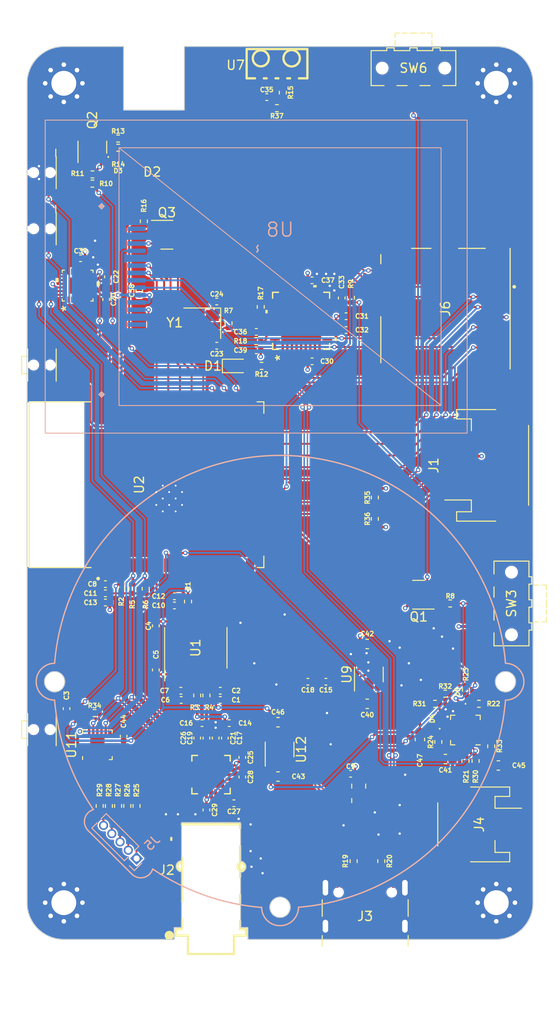
<source format=kicad_pcb>
(kicad_pcb (version 20221018) (generator pcbnew)
  (layers (0 "F.Cu" signal) (1 "In1.Cu" power) (2 "In2.Cu" power) (31 "B.Cu" signal) (34 "B.Paste" user) (35 "F.Paste" user) (36 "B.SilkS" user "B.Silkscreen") (37 "F.SilkS" user "F.Silkscreen") (38 "B.Mask" user) (39 "F.Mask" user) (44 "Edge.Cuts" user))
  (net 0 "")
  (net 1 "Net-(U2-EN)")
  (net 2 "GND")
  (net 3 "/IR_VCC")
  (net 4 "+3V3")
  (net 5 "/USB2_D+")
  (net 6 "/USB2_D-")
  (net 7 "Net-(U1-VNEG)")
  (net 8 "Net-(Q2-D)")
  (net 9 "Net-(U1-CAPM)")
  (net 10 "Net-(U1-CAPP)")
  (net 11 "+3.3VA")
  (net 12 "Net-(U1-LDOO)")
  (net 13 "Net-(C14-Pad2)")
  (net 14 "Net-(C16-Pad2)")
  (net 15 "Net-(U5-LEFTINM)")
  (net 16 "Net-(U5-RIGHTINP)")
  (net 17 "Net-(U5-LEFTINP)")
  (net 18 "Net-(U4-REGOUT)")
  (net 19 "Net-(C23-Pad1)")
  (net 20 "Net-(C24-Pad1)")
  (net 21 "Net-(U5-RIGHTINM)")
  (net 22 "Net-(U5-CPVSS)")
  (net 23 "Net-(U5-CPP)")
  (net 24 "Net-(U5-CPN)")
  (net 25 "+5V")
  (net 26 "/VBUS")
  (net 27 "+BATT")
  (net 28 "Net-(U6-VDD18)")
  (net 29 "/XIN")
  (net 30 "Net-(U6-VDD18PLL)")
  (net 31 "/XTAL2")
  (net 32 "Net-(D1-A)")
  (net 33 "Net-(D2-A)")
  (net 34 "Net-(D3-A)")
  (net 35 "Net-(D4-K)")
  (net 36 "Net-(D4-A)")
  (net 37 "/CHG")
  (net 38 "Net-(D5-A)")
  (net 39 "/HP_OUTL")
  (net 40 "/HP_OUTR")
  (net 42 "/HP_DETECT")
  (net 43 "/SD_DAT2")
  (net 44 "/SD_CS")
  (net 45 "/SD_CMD")
  (net 46 "/SD_CLK")
  (net 47 "/SD_DAT0")
  (net 48 "/SD_DAT1")
  (net 49 "/SD_DET")
  (net 50 "Net-(J3-CC1)")
  (net 51 "USB_D+")
  (net 52 "USB_D-")
  (net 54 "Net-(J3-CC2)")
  (net 56 "Net-(Q1-G)")
  (net 57 "Net-(Q1-S)")
  (net 58 "Net-(Q2-G)")
  (net 59 "/IR_RX")
  (net 60 "Net-(J5-Pin_1)")
  (net 61 "/IR_LED")
  (net 62 "Net-(J5-Pin_2)")
  (net 63 "Net-(J5-Pin_3)")
  (net 64 "Net-(J5-Pin_4)")
  (net 65 "MUTE")
  (net 66 "/L_OUT")
  (net 67 "/R_OUT")
  (net 68 "I2C_SCL")
  (net 69 "I2C_SDA")
  (net 70 "Net-(J5-Pin_5)")
  (net 71 "Net-(U10-TMR)")
  (net 72 "Net-(U10-ILIM)")
  (net 73 "CHG_ADC")
  (net 74 "Net-(U10-TS)")
  (net 75 "/USB_SW")
  (net 76 "/IO0")
  (net 77 "/EN2")
  (net 78 "/EN1")
  (net 79 "Net-(U6-LED)")
  (net 80 "Net-(U7-OUT)")
  (net 81 "/VOL_UP")
  (net 82 "/VOL_DOWN")
  (net 83 "Net-(U6-SD_WP)")
  (net 84 "I2S_LRCLK")
  (net 85 "DIN")
  (net 86 "I2S_BCLK")
  (net 87 "/RXD")
  (net 88 "/TXD")
  (net 89 "AMP_SD")
  (net 90 "/IMU_INT")
  (net 91 "Net-(U6-RBIAS)")
  (net 92 "Net-(U11-KEY0)")
  (net 93 "Net-(U11-KEY1)")
  (net 94 "Net-(U11-KEY2)")
  (net 95 "Net-(U11-KEY3)")
  (net 96 "Net-(U11-KEY4)")
  (net 97 "Net-(U11-~{RESET})")
  (net 106 "/USB1_D-")
  (net 107 "/USB1_D+")
  (net 124 "/DISP_EN")
  (net 125 "Net-(Q3-S)")
  (net 126 "/DISP_RST")
  (net 127 "/DISP_RS")
  (net 128 "/DISP_CS")
  (net 135 "/LOCK")
  (net 145 "/TOUCH_INT")
  (net 150 "/I2C1_SCL")
  (net 151 "/I2C1_SDA")
  (footprint "Package_DFN_QFN:VQFN-20-1EP_3x3mm_P0.45mm_EP1.55x1.55mm" (layer "F.Cu") (at 141.15 118.85 90)
    (fp_text reference "U11")
    (fp_text value "~")
  )
  (footprint "Resistor_SMD:R_0402_1005Metric" (layer "F.Cu") (at 160.66 49.7 180)
    (fp_text reference "R37")
    (fp_text value "10k")
  )
  (footprint "Button_Switch_SMD:SW_SPDT_CK-JS102011SAQN" (layer "F.Cu") (at 175.5 45.35 180)
    (fp_text reference "SW6")
    (fp_text value "SW_USB")
  )
  (footprint "Capacitor_SMD:C_0402_1005Metric" (layer "F.Cu") (at 137.8 114.92 90)
    (fp_text reference "C3")
    (fp_text value "1u")
  )
  (footprint "Resistor_SMD:R_0402_1005Metric" (layer "F.Cu") (at 181.2 112.89 90)
    (fp_text reference "R23")
    (fp_text value "10k")
  )
  (footprint "Capacitor_SMD:C_0402_1005Metric" (layer "F.Cu") (at 165.98 112)
    (fp_text reference "C15")
    (fp_text value "DNP")
  )
  (footprint "Button_Switch_SMD:SW_SPST_EVQP7C" (layer "F.Cu") (at 135.12 117.2 -90)
    (fp_text reference "SW2")
    (fp_text value "RST")
  )
  (footprint "Resistor_SMD:R_0402_1005Metric" (layer "F.Cu") (at 142.4 125.5 90)
    (fp_text reference "R28")
    (fp_text value "10k")
  )
  (footprint "Button_Switch_SMD:SW_SPDT_CK-JS102011SAQN" (layer "F.Cu") (at 186.15 103.5 90)
    (fp_text reference "SW3")
    (fp_text value "SW_USB")
  )
  (footprint "MountingHole:MountingHole_2.7mm_M2.5_Pad_Via" (layer "F.Cu") (at 184.5 136)
    (fp_text reference "H3")
    (fp_text value "MountingHole_Pad")
  )
  (footprint "Capacitor_SMD:C_0402_1005Metric" (layer "F.Cu") (at 164.48 68.4 180)
    (fp_text reference "C37")
    (fp_text value "1u")
  )
  (footprint "Resistor_SMD:R_0402_1005Metric" (layer "F.Cu") (at 141.4 125.49 90)
    (fp_text reference "R29")
    (fp_text value "10k")
  )
  (footprint "Capacitor_SMD:C_0402_1005Metric" (layer "F.Cu") (at 145.7 69.52 90)
    (fp_text reference "C38")
    (fp_text value "1u")
  )
  (footprint "Resistor_SMD:R_0402_1005Metric" (layer "F.Cu") (at 182.61 114.4 180)
    (fp_text reference "R22")
    (fp_text value "10k")
  )
  (footprint "Package_SO:TSSOP-20_4.4x6.5mm_P0.65mm" (layer "F.Cu") (at 151.85 108.3175 90)
    (fp_text reference "U1")
    (fp_text value "PCM5102")
  )
  (footprint "Resistor_SMD:R_0402_1005Metric" (layer "F.Cu") (at 168.7 70.29 -90)
    (fp_text reference "R9")
    (fp_text value "1k")
  )
  (footprint "Capacitor_SMD:C_0402_1005Metric" (layer "F.Cu") (at 149.52 103.72)
    (fp_text reference "C10")
    (fp_text value "100n")
  )
  (footprint "Button_Switch_SMD:SW_SPST_EVQP7C" (layer "F.Cu") (at 135.12 77.6 -90)
    (fp_text reference "SW1")
    (fp_text value "BOOT")
  )
  (footprint "Capacitor_SMD:C_0603_1608Metric" (layer "F.Cu") (at 160.775 116.4)
    (fp_text reference "C46")
    (fp_text value "10u")
  )
  (footprint "Capacitor_SMD:C_0402_1005Metric" (layer "F.Cu") (at 168.67 122)
    (fp_text reference "C9")
    (fp_text value "100n")
  )
  (footprint "Resistor_SMD:R_0402_1005Metric" (layer "F.Cu") (at 143.4 125.49 90)
    (fp_text reference "R27")
    (fp_text value "10k")
  )
  (footprint "Capacitor_SMD:C_0402_1005Metric" (layer "F.Cu") (at 164.02 112 180)
    (fp_text reference "C18")
    (fp_text value "DNP")
  )
  (footprint "Resistor_SMD:R_0402_1005Metric" (layer "F.Cu") (at 181.15 120.61 90)
    (fp_text reference "R21")
    (fp_text value "10k")
  )
  (footprint "Capacitor_SMD:C_0402_1005Metric" (layer "F.Cu") (at 150.26 113.98)
    (fp_text reference "C6")
    (fp_text value "2u2")
  )
  (footprint "Connector_JST:JST_PH_S2B-PH-SM4-TB_1x02-1MP_P2.00mm_Horizontal" (layer "F.Cu") (at 182.65 127.5 -90)
    (fp_text reference "J4")
    (fp_text value "BATTERY_CONN")
  )
  (footprint "Capacitor_SMD:C_0402_1005Metric" (layer "F.Cu") (at 142.02 101.4 180)
    (fp_text reference "C8")
    (fp_text value "100n")
  )
  (footprint "Capacitor_SMD:C_0402_1005Metric" (layer "F.Cu") (at 164.48 77.2 180)
    (fp_text reference "C30")
    (fp_text value "1u")
  )
  (footprint "Capacitor_SMD:C_0402_1005Metric" (layer "F.Cu") (at 142.3 68.02 -90)
    (fp_text reference "C22")
    (fp_text value "100n")
  )
  (footprint "Package_TO_SOT_SMD:SOT-23" (layer "F.Cu") (at 148.7 63.45)
    (fp_text reference "Q3")
    (fp_text value "DMG2301L")
  )
  (footprint "Capacitor_SMD:C_0603_1608Metric" (layer "F.Cu") (at 176.2 118.275 -90)
    (fp_text reference "C47")
    (fp_text value "10u")
  )
  (footprint "Capacitor_SMD:C_0603_1608Metric" (layer "F.Cu") (at 160.775 122.3)
    (fp_text reference "C43")
    (fp_text value "10u")
  )
  (footprint "Resistor_SMD:R_0402_1005Metric" (layer "F.Cu") (at 144.95 101.895 -90)
    (fp_text reference "R5")
    (fp_text value "4k7")
  )
  (footprint "Resistor_SMD:R_0402_1005Metric" (layer "F.Cu") (at 151 103.29 90)
    (fp_text reference "R1")
    (fp_text value "10k")
  )
  (footprint "Resistor_SMD:R_0402_1005Metric" (layer "F.Cu") (at 143.41 54)
    (fp_text reference "R14")
    (fp_text value "10k")
  )
  (footprint "Capacitor_SMD:C_0402_1005Metric" (layer "F.Cu") (at 147.5 110.72 -90)
    (fp_text reference "C5")
    (fp_text value "100n")
  )
  (footprint "Capacitor_SMD:C_0402_1005Metric" (layer "F.Cu") (at 168.18 73.8)
    (fp_text reference "C32")
    (fp_text value "1u")
  )
  (footprint "Resistor_SMD:R_0402_1005Metric" (layer "F.Cu") (at 179.49 103.5)
    (fp_text reference "R8")
    (fp_text value "10k")
  )
  (footprint "Capacitor_SMD:C_0402_1005Metric" (layer "F.Cu") (at 149.52 102.72)
    (fp_text reference "C12")
    (fp_text value "1u")
  )
  (footprint "Resistor_SMD:R_0402_1005Metric" (layer "F.Cu") (at 153 113.49 -90)
    (fp_text reference "R4")
    (fp_text value "470R")
  )
  (footprint "MountingHole:MountingHole_2.7mm_M2.5_Pad_Via" (layer "F.Cu") (at 184.5 47 180)
    (fp_text reference "H2")
    (fp_text value "MountingHole_Pad")
  )
  (footprint "Resistor_SMD:R_0402_1005Metric" (layer "F.Cu") (at 146.2 61.99 -90)
    (fp_text reference "R16")
    (fp_text value "1mR")
  )
  (footprint "Capacitor_SMD:C_0402_1005Metric" (layer "F.Cu") (at 155.98 125.2 180)
    (fp_text reference "C27")
    (fp_text value "1u")
  )
  (footprint "Capacitor_SMD:C_0402_1005Metric" (layer "F.Cu") (at 155.48 116.5 180)
    (fp_text reference "C14")
    (fp_text value "2n2")
  )
  (footprint "Melodio-SelfMate-V2:MPU-6500" (layer "F.Cu") (at 139 68.976 90)
    (fp_text reference "U4")
    (fp_text value "MPU-6500")
  )
  (footprint "Capacitor_SMD:C_0402_1005Metric" (layer "F.Cu") (at 159.56 48.5)
    (fp_text reference "C35")
    (fp_text value "100n")
  )
  (footprint "Capacitor_SMD:C_0603_1608Metric" (layer "F.Cu") (at 170.475 114.4)
    (fp_text reference "C40")
    (fp_text value "10u")
  )
  (footprint "LED_SMD:LED_0603_1608Metric" (layer "F.Cu") (at 156.2125 77.7)
    (fp_text reference "D1")
    (fp_text value "GREEN")
  )
  (footprint "Melodio-SelfMate-V2:USB2244-AEZG-06" (layer "F.Cu") (at 163.289726 72.800001 90)
    (fp_text reference "U6")
    (fp_text value "USB2244-AEZG-06")
  )
  (footprint "Capacitor_SMD:C_0402_1005Metric" (layer "F.Cu") (at 167.7 70.32 -90)
    (fp_text reference "C33")
    (fp_text value "1u")
  )
  (footprint "LED_SMD:LED_0402_1005Metric" (layer "F.Cu") (at 143.425 55)
    (fp_text reference "D3")
    (fp_text value "RED")
  )
  (footprint "Capacitor_SMD:C_0402_1005Metric" (layer "F.Cu") (at 154 118.12 90)
    (fp_text reference "C21")
    (fp_text value "1u")
  )
  (footprint "Connector_USB:USB_C_Receptacle_GCT_USB4105-xx-A_16P_TopMnt_Horizontal" (layer "F.Cu") (at 170.25 137.48)
    (fp_text reference "J3")
    (fp_text value "USB_C_Receptacle_USB2.0")
  )
  (footprint "Resistor_SMD:R_0402_1005Metric" (layer "F.Cu") (at 178.2 118.54 90)
    (fp_text reference "R24")
    (fp_text value "1k1")
  )
  (footprint "Resistor_SMD:R_0402_1005Metric" (layer "F.Cu") (at 140.61 56.9 180)
    (fp_text reference "R11")
    (fp_text value "10k")
  )
  (footprint "Resistor_SMD:R_0402_1005Metric" (layer "F.Cu") (at 158.39 75 180)
    (fp_text reference "R18")
    (fp_text value "10k")
  )
  (footprint "Capacitor_SMD:C_0402_1005Metric" (layer "F.Cu") (at 156.9 120.22 90)
    (fp_text reference "C25")
    (fp_text value "1u")
  )
  (footprint "Capacitor_SMD:C_0402_1005Metric" (layer "F.Cu") (at 139.32 66 180)
    (fp_text reference "C34")
    (fp_text value "1u")
  )
  (footprint "Resistor_SMD:R_0402_1005Metric" (layer "F.Cu") (at 144.4 125.49 90)
    (fp_text reference "R26")
    (fp_text value "10k")
  )
  (footprint "Package_TO_SOT_SMD:SOT-23" (layer "F.Cu") (at 140.6 53.9375 90)
    (fp_text reference "Q2")
    (fp_text value "DMG2301L")
  )
  (footprint "Resistor_SMD:R_0402_1005Metric" (layer "F.Cu") (at 183.95 119.01 -90)
    (fp_text reference "R33")
    (fp_text value "10k")
  )
  (footprint "Capacitor_SMD:C_0402_1005Metric" (layer "F.Cu") (at 154.12 70.7)
    (fp_text reference "C24")
    (fp_text value "1u")
  )
  (footprint "Capacitor_SMD:C_0402_1005Metric" (layer "F.Cu") (at 154.505 112.98 180)
    (fp_text reference "C2")
    (fp_text value "100n")
  )
  (footprint "Resistor_SMD:R_0402_1005Metric" (layer "F.Cu") (at 177.84 114.4)
    (fp_text reference "R31")
    (fp_text value "1k")
  )
  (footprint "Connector_JST:JST_PH_S4B-PH-SM4-TB_1x04-1MP_P2.00mm_Horizontal" (layer "F.Cu") (at 183.5 88.5 90)
    (fp_text reference "J1")
    (fp_text value "STEMMA_QT")
  )
  (footprint "Resistor_SMD:R_0402_1005Metric" (layer "F.Cu") (at 145.4 125.49 90)
    (fp_text reference "R25")
    (fp_text value "10k")
  )
  (footprint "Resistor_SMD:R_0402_1005Metric" (layer "F.Cu") (at 171.3 94.31 -90)
    (fp_text reference "R36")
    (fp_text value "4k7")
  )
  (footprint "Capacitor_SMD:C_0603_1608Metric" (layer "F.Cu") (at 178.975 120.4 180)
    (fp_text reference "C41")
    (fp_text value "10u")
  )
  (footprint "Capacitor_SMD:C_0402_1005Metric" (layer "F.Cu") (at 153 125.93 -90)
    (fp_text reference "C29")
    (fp_text value "1u")
  )
  (footprint "Capacitor_SMD:C_0603_1608Metric" (layer "F.Cu") (at 170.475 107.9)
    (fp_text reference "C42")
    (fp_text value "10u")
  )
  (footprint "Resistor_SMD:R_0402_1005Metric" (layer "F.Cu") (at 182.25 120.61 90)
    (fp_text reference "R30")
    (fp_text value "1k1")
  )
  (footprint "Resistor_SMD:R_0402_1005Metric" (layer "F.Cu") (at 161.3 48.01 90)
    (fp_text reference "R15")
    (fp_text value "1k")
  )
  (footprint "Melodio-SelfMate-V2:MOLEX_503398-1892" (layer "F.Cu") (at 178.975 71.48 -90)
    (fp_text reference "J6")
    (fp_text value "Micro_SD_Card_Det2")
  )
  (footprint "Melodio-SelfMate-V2:TPA6130A2RTJR" (layer "F.Cu") (at 153.5 122.0906 -90)
    (fp_text reference "U5")
    (fp_text value "TPA6130A2RTJR")
  )
  (footprint "Capacitor_SMD:C_0402_1005Metric" (layer "F.Cu") (at 155 118.12 90)
    (fp_text reference "C17")
    (fp_text value "1u")
  )
  (footprint "Resistor_SMD:R_0402_1005Metric" (layer "F.Cu") (at 143.4 53)
    (fp_text reference "R13")
    (fp_text value "200R")
  )
  (footprint "Crystal:Crystal_SMD_3225-4Pin_3.2x2.5mm" (layer "F.Cu") (at 152.55 73.06 180)
    (fp_text reference "Y1")
    (fp_text value "24MHz")
  )
  (footprint "Capacitor_SMD:C_0402_1005Metric" (layer "F.Cu") (at 154.505 113.98 180)
    (fp_text reference "C1")
    (fp_text value "10u")
  )
  (footprint "LED_SMD:LED_0402_1005Metric" (layer "F.Cu") (at 178.35 116.015 90)
    (fp_text reference "D4")
    (fp_text value "RED")
  )
  (footprint "Resistor_SMD:R_0402_1005Metric" (layer "F.Cu") (at 158.99 77.7 180)
    (fp_text reference "R12")
    (fp_text value "1k")
  )
  (footprint "Capacitor_SMD:C_0402_1005Metric" (layer "F.Cu") (at 147.5 105.93 90)
    (fp_text reference "C4")
    (fp_text value "100n")
  )
  (footprint "Button_Switch_SMD:SW_SPST_EVQP7C" (layer "F.Cu") (at 135.12 62.8 -90)
    (fp_text reference "SW5")
    (fp_text value "VOL_DOWN")
  )
  (footprint "Capacitor_SMD:C_0402_1005Metric" (layer "F.Cu") (at 153 118.12 90)
    (fp_text reference "C19")
    (fp_text value "1u")
  )
  (footprint "Capacitor_SMD:C_0402_1005Metric" (layer "F.Cu") (at 142.02 102.4 180)
    (fp_text reference "C11")
    (fp_text value "10u")
  )
  (footprint "LED_SMD:LED_0402_1005Metric" (layer "F.Cu") (at 180.065 114.4 180)
    (fp_text reference "D5")
    (fp_text value "GREEN")
  )
  (footprint "Resistor_SMD:R_0402_1005Metric" (layer "F.Cu") (at 178.95 113.3)
    (fp_text reference "R32")
    (fp_text value "1k")
  )
  (footprint "Capacitor_SMD:C_0603_1608Metric" (layer "F.Cu") (at 184.725 121.1 180)
    (fp_text reference "C45")
    (fp_text value "10u")
  )
  (footprint "Resistor_SMD:R_0402_1005Metric" (layer "F.Cu") (at 152 113.49 -90)
    (fp_text reference "R3")
    (fp_text value "470R")
  )
  (footprint "Package_TO_SOT_SMD:SOT-23-5" (layer "F.Cu") (at 170.65 111.2075 90)
    (fp_text reference "U9")
    (fp_text value "AP2112K-3.3")
  )
  (footprint "Resistor_SMD:R_0402_1005Metric" (layer "F.Cu") (at 140.84 115.4 180)
    (fp_text reference "R34")
    (fp_text value "10k")
  )
  (footprint "Capacitor_SMD:C_0402_1005Metric" (layer "F.Cu") (at 154.12 75.5)
    (fp_text reference "C23")
    (fp_text value "1u")
  )
  (footprint "Resistor_SMD:R_0402_1005Metric" (layer "F.Cu") (at 140.61 57.9 180)
    (fp_text reference "R10")
    (fp_text value "330R")
  )
  (footprint "MountingHole:MountingHole_2.7mm_M2.5_Pad_Via" (layer "F.Cu") (at 137.5 136)
    (fp_text reference "H4")
    (fp_text value "MountingHole_Pad")
  )
  (footprint "Resistor_SMD:R_0402_1005Metric" (layer "F.Cu") (at 169 131.49 90)
    (fp_text reference "R19")
    (fp_text value "5k1")
  )
  (footprint "Resistor_SMD:R_0402_1005Metric" (layer "F.Cu") (at 172 131.49 -90)
    (fp_text reference "R20")
    (fp_text value "5k1")
  )
  (footprint "Capacitor_SMD:C_0402_1005Metric" (layer "F.Cu") (at 168.18 72.3 180)
    (fp_text reference "C31")
    (fp_text value "1u")
  )
  (footprint "Capacitor_SMD:C_0402_1005Metric" (layer "F.Cu") (at 158.42 76)
    (fp_text reference "C39")
    (fp_text value "1u")
  )
  (footprint "Capacitor_SMD:C_0402_1005Metric" (layer "F.Cu") (at 158.42 74)
    (fp_text reference "C36")
    (fp_text value "1u")
  )
  (footprint "Package_TO_SOT_SMD:SOT-23-5" (layer "F.Cu") (at 160.95 119.3625 90)
    (fp_text reference "U12")
    (fp_text value "AP2112K-3.3")
  )
  (footprint "Capacitor_SMD:C_0402_1005Metric" (layer "F.Cu") (at 152.52 116.5)
    (fp_text reference "C16")
    (fp_text value "2n2")
  )
  (footprint "Capacitor_SMD:C_0402_1005Metric" (layer "F.Cu") (at 152 118.12 90)
    (fp_text reference "C26")
    (fp_text value "1u")
  )
  (footprint "MountingHole:MountingHole_2.7mm_M2.5_Pad_Via" (layer "F.Cu") (at 137.5 47 180)
    (fp_text reference "H1")
    (fp_text value "MountingHole_Pad")
  )
  (footprint "Resistor_SMD:R_0402_1005Metric" (layer "F.Cu") (at 158.9 71.29 -90)
    (fp_text reference "R17")
    (fp_text value "10k")
  )
  (footprint "Melodio-SelfMate-V2:LED_5mm_Side_Mount" (layer "F.Cu") (at 147.3 49.5)
    (fp_text reference "D2")
    (fp_text value "SFH4346")
  )
  (footprint "Button_Switch_SMD:SW_SPST_EVQP7C" (layer "F.Cu") (at 135.12 56.7 -90)
    (fp_text reference "SW4")
    (fp_text value "VOL_UP")
  )
  (footprint "Resistor_SMD:R_0402_1005Metric" (layer "F.Cu") (at 171.3 91.99 90)
    (fp_text reference "R35")
    (fp_text value "4k7")
  )
  (footprint "Package_TO_SOT_SMD:SOT-23" (layer "F.Cu") (at 176.0625 102.55 180)
    (fp_text reference "Q1")
    (fp_text value "DMG2301L")
  )
  (footprint "Melodio-SelfMate-V2:IRM-V838M3-C-TR1" (layer "F.Cu") (at 160.67 46)
    (fp_text reference "U7")
    (fp_text value "~")
  )
  (footprint "Melodio-SelfMate-V2:ESP32-S3-WROOM-1-N8R8" (layer "F.Cu") (at 146.49 90.6 90)
    (fp_text reference "U2")
    (fp_text value "ESP32-S3-WROOM-1-N4R4")
  )
  (footprint "Capacitor_SMD:C_0402_1005Metric" (layer "F.Cu") (at 142.1 70.48 -90)
    (fp_text reference "C20")
    (fp_text value "100n")
  )
  (footprint "Package_DFN_QFN:UQFN-10_1.3x1.8mm_P0.4mm" (layer "F.Cu") (at 169.55 124.125 180)
    (fp_text reference "U3")
    (fp_text value "USB3740B-AI2")
  )
  (footprint "Capacitor_SMD:C_0402_1005Metric" (layer "F.Cu") (at 142.02 103.4 180)
    (fp_text reference "C13")
    (fp_text value "10u")
  )
  (footprint "Capacitor_SMD:C_0402_1005Metric" (layer "F.Cu") (at 156.9 122.35 -90)
    (fp_text reference "C28")
    (fp_text value "1u")
  )
  (footprint "Melodio-SelfMate-V2:SMD_PJ-399E-6A" (layer "F.Cu") (at 153.5 132.5 -90)
    (fp_text reference "J2")
    (fp_text value "~")
  )
  (footprint "Capacitor_SMD:C_0402_1005Metric" (layer "F.Cu") (at 150.22 112.98 180)
    (fp_text reference "C7")
    (fp_text value "2u2")
  )
  (footprint "Capacitor_SMD:C_0402_1005Metric" (layer "F.Cu") (at 144 117.92 -90)
    (fp_text reference "C44")
    (fp_text value "1u")
  )
  (footprint "Resistor_SMD:R_0402_1005Metric" (layer "F.Cu") (at 146.4 101.895 -90)
    (fp_text reference "R6")
    (fp_text value "4k7")
  )
  (footprint "Resistor_SMD:R_0402_1005Metric" (layer "F.Cu") (at 155.4 73.05 -90)
    (fp_text reference "R7")
    (fp_text value "1mR")
  )
  (footprint "Package_DFN_QFN:VQFN-16-1EP_3x3mm_P0.5mm_EP1.6x1.6mm" (layer "F.Cu") (at 181.1425 117.25 180)
    (fp_text reference "U10")
    (fp_text value "BQ24075RGT")
  )
  (footprint "Resistor_SMD:R_0402_1005Metric" (layer "F.Cu") (at 143.76 101.895 90)
    (fp_text reference "R2")
    (fp_text value "10k")
  )
  (footprint "Melodio-SelfMate-V2:1.8inch_TFT_128x160" (layer "B.Cu") (at 161 68 90)
    (fp_text reference "U8")
    (fp_text value "~")
  )
  (footprint "Connector_PinHeader_1.27mm:PinHeader_1x05_P1.27mm_Vertical" (layer "B.Cu") (at 145.408295 131.19795 45)
    (fp_text reference "J5")
    (fp_text value "Qtouch")
  )
  (gr_arc (start 185.5 114) (mid 178.381743 129.381743) (end 163 136.5) (stroke (width 0.15)) (layer "B.SilkS"))
  (gr_arc (start 158.998527 136.518042) (mid 152.809044 135.195873) (end 147.161769 132.338231) (stroke (width 0.15)) (layer "B.SilkS"))
  (gr_arc (start 136.5 110) (mid 161 87.418503) (end 185.5 110) (stroke (width 0.15)) (layer "B.SilkS"))
  (gr_arc (start 140.138231 128.161769) (mid 139.779961 126.872134) (end 140.7 125.9) (stroke (width 0.15)) (layer "B.SilkS"))
  (gr_arc (start 136.5 114) (mid 134.5 112) (end 136.5 110) (stroke (width 0.15)) (layer "B.SilkS"))
  (gr_arc (start 185.5 110) (mid 187.5 112) (end 185.5 114) (stroke (width 0.15)) (layer "B.SilkS"))
  (gr_arc (start 147.161769 132.338231) (mid 146.189635 133.25827) (end 144.9 132.9) (stroke (width 0.15)) (layer "B.SilkS"))
  (gr_line (start 144.9 132.9) (end 140.138231 128.161769) (stroke (width 0.15)) (layer "B.SilkS"))
  (gr_arc (start 140.717615 125.887939) (mid 137.833294 120.219107) (end 136.5 114) (stroke (width 0.15)) (layer "B.SilkS"))
  (gr_arc (start 163 136.5) (mid 161 138.5) (end 159 136.5) (stroke (width 0.15)) (layer "B.SilkS"))
  (gr_circle (center 136.5 112) (end 135.4 112) (stroke (width 0.1)) (fill none) (layer "Edge.Cuts"))
  (gr_line (start 144 43) (end 137.5 43) (stroke (width 0.1)) (layer "Edge.Cuts"))
  (gr_arc (start 184.5 43) (mid 187.328427 44.171573) (end 188.5 47) (stroke (width 0.1)) (layer "Edge.Cuts"))
  (gr_line (start 157.5 140) (end 157.5 138.7) (stroke (width 0.1)) (layer "Edge.Cuts"))
  (gr_line (start 149.5 140) (end 149.5 138.7) (stroke (width 0.1)) (layer "Edge.Cuts"))
  (gr_line (start 150.6 43) (end 184.5 43) (stroke (width 0.1)) (layer "Edge.Cuts"))
  (gr_arc (start 133.5 47) (mid 134.671573 44.171573) (end 137.5 43) (stroke (width 0.1)) (layer "Edge.Cuts"))
  (gr_line (start 150.6 49.9) (end 150.6 43) (stroke (width 0.1)) (layer "Edge.Cuts"))
  (gr_line (start 150.3 132.65) (end 150.3 138.7) (stroke (width 0.1)) (layer "Edge.Cuts"))
  (gr_line (start 156.7 127.3) (end 156.7 131.5) (stroke (width 0.1)) (layer "Edge.Cuts"))
  (gr_circle (center 185.5 112) (end 186.6 112) (stroke (width 0.1)) (fill none) (layer "Edge.Cuts"))
  (gr_line (start 150.3 138.7) (end 149.5 138.7) (stroke (width 0.1)) (layer "Edge.Cuts"))
  (gr_line (start 188.5 136) (end 188.5 47) (stroke (width 0.1)) (layer "Edge.Cuts"))
  (gr_line (start 156.7 138.7) (end 156.7 132.7) (stroke (width 0.1)) (layer "Edge.Cuts"))
  (gr_arc (start 188.5 136) (mid 187.328427 138.828427) (end 184.5 140) (stroke (width 0.1)) (layer "Edge.Cuts"))
  (gr_line (start 133.5 47) (end 133.5 136) (stroke (width 0.1)) (layer "Edge.Cuts"))
  (gr_circle (center 161 136.5) (end 159.9 136.5) (stroke (width 0.1)) (fill none) (layer "Edge.Cuts"))
  (gr_arc (start 137.5 140) (mid 134.671573 138.828427) (end 133.5 136) (stroke (width 0.1)) (layer "Edge.Cuts"))
  (gr_line (start 149.5 140) (end 137.5 140) (stroke (width 0.1)) (layer "Edge.Cuts"))
  (gr_line (start 157.5 140) (end 184.5 140) (stroke (width 0.1)) (layer "Edge.Cuts"))
  (gr_arc (start 156.7 131.5) (mid 157.3 132.1) (end 156.7 132.7) (stroke (width 0.1)) (layer "Edge.Cuts"))
  (gr_arc (start 150.3 132.65) (mid 149.7 132.05) (end 150.3 131.45) (stroke (width 0.1)) (layer "Edge.Cuts"))
  (gr_line (start 157.5 138.7) (end 156.7 138.7) (stroke (width 0.1)) (layer "Edge.Cuts"))
  (gr_line (start 144 49.9) (end 150.6 49.9) (stroke (width 0.1)) (layer "Edge.Cuts"))
  (gr_line (start 144 43) (end 144 49.9) (stroke (width 0.1)) (layer "Edge.Cuts"))
  (gr_line (start 150.3 127.3) (end 150.3 131.45) (stroke (width 0.1)) (layer "Edge.Cuts"))
  (gr_line (start 150.3 127.3) (end 156.7 127.3) (stroke (width 0.1)) (layer "Edge.Cuts"))
  (segment (start 135.84 119) (end 135.84 118.2) (width 0.2032) (layer "F.Cu") (net 1))
  (segment (start 135.84 118.2) (end 135.3184 117.6784) (width 0.2032) (layer "F.Cu") (net 1))
  (segment (start 143.76 101.385) (end 143.76 99.36) (width 0.2032) (layer "F.Cu") (net 1))
  (segment (start 143.389329 101.385) (end 143.1548 101.619529) (width 0.2032) (layer "F.Cu") (net 1))
  (segment (start 135.84 115.4) (end 135.84 116.25) (width 0.2032) (layer "F.Cu") (net 1))
  (segment (start 135.3184 117.6784) (end 135.24 117.6) (width 0.2032) (layer "F.Cu") (net 1))
  (segment (start 139.8 114.15) (end 138.55 115.4) (width 0.2032) (layer "F.Cu") (net 1))
  (segment (start 138.55 115.4) (end 137.8 115.4) (width 0.2032) (layer "F.Cu") (net 1))
  (segment (start 137.8 115.4) (end 135.84 115.4) (width 0.2032) (layer "F.Cu") (net 1))
  (segment (start 135.24 116.85) (end 135.24 117.6) (width 0.2032) (layer "F.Cu") (net 1))
  (segment (start 135.84 116.25) (end 135.24 116.85) (width 0.2032) (layer "F.Cu") (net 1))
  (segment (start 143.76 101.385) (end 143.389329 101.385) (width 0.2032) (layer "F.Cu") (net 1))
  (segment (start 143.76 99.36) (end 143.77 99.35) (width 0.2032) (layer "F.Cu") (net 1))
  (via (at 139.8 114.15) (size 0.5) (drill 0.254) (layers "F.Cu" "B.Cu") (net 1))
  (via (at 143.1548 101.619529) (size 0.5) (drill 0.254) (layers "F.Cu" "B.Cu") (net 1))
  (segment (start 143.1548 101.619529) (end 143.1548 110.7952) (width 0.2032) (layer "B.Cu") (net 1))
  (segment (start 143.1548 110.7952) (end 139.8 114.15) (width 0.2032) (layer "B.Cu") (net 1))
  (via (at 174 108.3) (size 0.5) (drill 0.254) (layers "F.Cu" "B.Cu") (net 2))
  (via (at 154 117) (size 0.5) (drill 0.254) (layers "F.Cu" "B.Cu") (net 2))
  (via (at 172.9 107.6) (size 0.5) (drill 0.254) (layers "F.Cu" "B.Cu") (net 2))
  (via (at 174.6 122.1) (size 0.5) (drill 0.254) (layers "F.Cu" "B.Cu") (net 2))
  (via (at 177.7 106.2) (size 0.5) (drill 0.254) (layers "F.Cu" "B.Cu") (net 2))
  (via (at 134.8 57.4) (size 0.5) (drill 0.254) (layers "F.Cu" "B.Cu") (net 2))
  (via (at 175 110) (size 0.5) (drill 0.254) (layers "F.Cu" "B.Cu") (net 2))
  (via (at 179.2 115.8) (size 0.5) (drill 0.254) (layers "F.Cu" "B.Cu") (net 2))
  (via (at 166.1 115.4) (size 0.5) (drill 0.254) (layers "F.Cu" "B.Cu") (net 2))
  (via (at 156.5 126.9) (size 0.5) (drill 0.254) (layers "F.Cu" "B.Cu") (net 2))
  (via (at 179 115) (size 0.5) (drill 0.254) (layers "F.Cu" "B.Cu") (net 2))
  (via (at 156.7 105.6) (size 0.5) (drill 0.254) (layers "F.Cu" "B.Cu") (net 2))
  (via (at 170.6 109.9) (size 0.5) (drill 0.254) (layers "F.Cu" "B.Cu") (net 2))
  (via (at 140.7 65.9) (size 0.5) (drill 0.254) (layers "F.Cu" "B.Cu") (net 2))
  (via (at 158.9 131.2) (size 0.5) (drill 0.254) (layers "F.Cu" "B.Cu") (net 2))
  (via (at 178.6 107.1) (size 0.5) (drill 0.254) (layers "F.Cu" "B.Cu") (net 2))
  (via (at 166.4 69) (size 0.5) (drill 0.254) (layers "F.Cu" "B.Cu") (net 2))
  (via (at 167.9 127.6) (size 0.5) (drill 0.254) (layers "F.Cu" "B.Cu") (net 2))
  (via (at 168.7 109) (size 0.5) (drill 0.254) (layers "F.Cu" "B.Cu") (net 2))
  (via (at 149.9 126.4) (size 0.5) (drill 0.254) (layers "F.Cu" "B.Cu") (net 2))
  (via (at 170.4 108.9) (size 0.5) (drill 0.254) (layers "F.Cu" "B.Cu") (net 2))
  (via (at 157.8 127.5) (size 0.5) (drill 0.254) (layers "F.Cu" "B.Cu") (net 2))
  (via (at 141.2 66.7) (size 0.5) (drill 0.254) (layers "F.Cu" "B.Cu") (net 2))
  (via (at 179.8 108.4) (size 0.5) (drill 0.254) (layers "F.Cu" "B.Cu") (net 2))
  (via (at 165 67.7) (size 0.5) (drill 0.254) (layers "F.Cu" "B.Cu") (net 2))
  (via (at 176.3 111.8) (size 0.5) (drill 0.254) (layers "F.Cu" "B.Cu") (net 2))
  (via (at 170.6 110.8) (size 0.5) (drill 0.254) (layers "F.Cu" "B.Cu") (net 2))
  (via (at 160.6 112.3) (size 0.5) (drill 0.254) (layers "F.Cu" "B.Cu") (net 2))
  (via (at 157.9 132.1) (size 0.5) (drill 0.254) (layers "F.Cu" "B.Cu") (net 2))
  (via (at 134.8 56) (size 0.5) (drill 0.254) (layers "F.Cu" "B.Cu") (net 2))
  (via (at 166.9 67.7) (size 0.5) (drill 0.254) (layers "F.Cu" "B.Cu") (net 2))
  (via (at 158.2 110) (size 0.5) (drill 0.254) (layers "F.Cu" "B.Cu") (net 2))
  (via (at 174 128.5) (size 0.5) (drill 0.254) (layers "F.Cu" "B.Cu") (net 2))
  (via (at 171.3 126.2) (size 0.5) (drill 0.254) (layers "F.Cu" "B.Cu") (net 2))
  (via (at 157.8 130.4) (size 0.5) (drill 0.254) (layers "F.Cu" "B.Cu") (net 2))
  (via (at 151.8 126.4) (size 0.5) (drill 0.254) (layers "F.Cu" "B.Cu") (net 2))
  (via (at 174 125.4) (size 0.5) (drill 0.254) (layers "F.Cu" "B.Cu") (net 2))
  (via (at 140.9 64.1) (size 0.5) (drill 0.254) (layers "F.Cu" "B.Cu") (net 2))
  (via (at 166.9 69.5) (size 0.5) (drill 0.254) (layers "F.Cu" "B.Cu") (net 2))
  (via (at 154 116.4) (size 0.5) (drill 0.254) (layers "F.Cu" "B.Cu") (net 2))
  (via (at 174.2 112.4) (size 0.5) (drill 0.254) (layers "F.Cu" "B.Cu") (net 2))
  (via (at 159.1 132.8) (size 0.5) (drill 0.254) (layers "F.Cu" "B.Cu") (net 2))
  (via (at 171.7 128.6) (size 0.5) (drill 0.254) (layers "F.Cu" "B.Cu") (net 2))
  (via (at 179.8 115.2) (size 0.5) (drill 0.254) (layers "F.Cu" "B.Cu") (net 2))
  (via (at 161.5 104.7) (size 0.5) (drill 0.254) (layers "F.Cu" "B.Cu") (net 2))
  (via (at 166.5 118.8) (size 0.5) (drill 0.254) (layers "F.Cu" "B.Cu") (net 2))
  (via (at 148.6 126.4) (size 0.5) (drill 0.254) (layers "F.Cu" "B.Cu") (net 2))
  (via (at 166 67.7) (size 0.5) (drill 0.254) (layers "F.Cu" "B.Cu") (net 2))
  (segment (start 149.1 76) (end 149.1 65.5) (width 0.2032) (layer "F.Cu") (net 3))
  (segment (start 151.39 81.85) (end 151.39 78.29) (width 0.2032) (layer "F.Cu") (net 3))
  (segment (start 151.39 78.29) (end 149.1 76) (width 0.2032) (layer "F.Cu") (net 3))
  (segment (start 149.1 65.5) (end 160.04 54.56) (width 0.2032) (layer "F.Cu") (net 3))
  (segment (start 160.04 54.56) (end 160.04 46) (width 0.2032) (layer "F.Cu") (net 3))
  (segment (start 139.8 65.3) (end 139.8 66) (width 0.254) (layer "F.Cu") (net 4))
  (segment (start 169.15 123.25) (end 169.15 122) (width 0.2032) (layer "F.Cu") (net 4))
  (segment (start 140.524 69.575999) (end 141.175999 69.575999) (width 0.2032) (layer "F.Cu") (net 4))
  (segment (start 171.68 95.2) (end 171.3 94.82) (width 0.3048) (layer "F.Cu") (net 4))
  (segment (start 140.000001 66.900001) (end 139.8 66.7) (width 0.254) (layer "F.Cu") (net 4))
  (segment (start 172.5 95.2) (end 171.68 95.2) (width 0.3048) (layer "F.Cu") (net 4))
  (segment (start 141.175999 69.575999) (end 141.6 70) (width 0.2032) (layer "F.Cu") (net 4))
  (segment (start 141.175999 69.275999) (end 141.175999 69.575999) (width 0.2032) (layer "F.Cu") (net 4))
  (segment (start 142.3 70) (end 143.4 70) (width 0.3048) (layer "F.Cu") (net 4))
  (segment (start 164 78.1) (end 164 77.2) (width 0.254) (layer "F.Cu") (net 4))
  (segment (start 141.6 70) (end 142.3 70) (width 0.2032) (layer "F.Cu") (net 4))
  (segment (start 164 76.7) (end 164 77.2) (width 0.254) (layer "F.Cu") (net 4))
  (segment (start 164 67.6) (end 164 68.4) (width 0.254) (layer "F.Cu") (net 4))
  (segment (start 171.78 91) (end 171.3 91.48) (width 0.3048) (layer "F.Cu") (net 4))
  (segment (start 141.55 55.95) (end 141.4 56.1) (width 0.254) (layer "F.Cu") (net 4))
  (segment (start 166.921926 72.800001) (end 166.134526 72.800001) (width 0.254) (layer "F.Cu") (net 4))
  (segment (start 158.9 76) (end 160.2 76) (width 0.254) (layer "F.Cu") (net 4))
  (segment (start 172.5 91) (end 171.78 91) (width 0.3048) (layer "F.Cu") (net 4))
  (segment (start 140.000001 67.452) (end 140.000001 66.900001) (width 0.254) (layer "F.Cu") (net 4))
  (segment (start 158.9 76.7) (end 158.9 76) (width 0.254) (layer "F.Cu") (net 4))
  (segment (start 139.8 66.7) (end 139.8 66) (width 0.254) (layer "F.Cu") (net 4))
  (segment (start 163.789725 69.210275) (end 164 69) (width 0.254) (layer "F.Cu") (net 4))
  (segment (start 140.524 69.176) (end 141.076 69.176) (width 0.2032) (layer "F.Cu") (net 4))
  (segment (start 146.395 102.4) (end 146.4 102.405) (width 0.2032) (layer "F.Cu") (net 4))
  (segment (start 185.6 72.4) (end 184.6 72.4) (width 0.3048) (layer "F.Cu") (net 4))
  (segment (start 137.476 69.176) (end 136.676 69.176) (width 0.2032) (layer "F.Cu") (net 4))
  (segment (start 142.5 102.4) (end 146.395 102.4) (width 0.2032) (layer "F.Cu") (net 4))
  (segment (start 163.789725 76.489725) (end 164 76.7) (width 0.254) (layer "F.Cu") (net 4))
  (segment (start 136.676 69.176) (end 136.3 68.8) (width 0.2032) (layer "F.Cu") (net 4))
  (segment (start 167.1 72.3) (end 167.1 72.621927) (width 0.254) (layer "F.Cu") (net 4))
  (segment (start 167.1 72.621927) (end 166.921926 72.800001) (width 0.254) (layer "F.Cu") (net 4))
  (segment (start 180.4219 106) (end 183.4 106) (width 0.3048) (layer "F.Cu") (net 4))
  (segment (start 169.15 122) (end 169.15 121.25) (width 0.2032) (layer "F.Cu") (net 4))
  (segment (start 142.5 99.35) (end 142.5 103.4) (width 0.254) (layer "F.Cu") (net 4))
  (segment (start 169.15 121.25) (end 169.2 121.2) (width 0.2032) (layer "F.Cu") (net 4))
  (segment (start 175.125 103.475) (end 174.6 104) (width 0.3048) (layer "F.Cu") (net 4))
  (segment (start 160.444926 75.755074) (end 160.444926 74.800002) (width 0.254) (layer "F.Cu") (net 4))
  (segment (start 167.1 72.3) (end 167.7 72.3) (width 0.254) (layer "F.Cu") (net 4))
  (segment (start 141.55 54.875) (end 141.55 55.95) (width 0.254) (layer "F.Cu") (net 4))
  (segment (start 141.12 56.38) (end 141.4 56.1) (width 0.254) (layer "F.Cu") (net 4))
  (segment (start 141.076 69.176) (end 141.175999 69.275999) (width 0.2032) (layer "F.Cu") (net 4))
  (segment (start 141.12 56.9) (end 141.12 56.38) (width 0.254) (layer "F.Cu") (net 4))
  (segment (start 145.7 70) (end 146.8 70) (width 0.3048) (layer "F.Cu") (net 4))
  (segment (start 169.7 110.07) (end 169.7 107) (width 0.3048) (layer "F.Cu") (net 4))
  (segment (start 163.789725 69.955201) (end 163.789725 69.210275) (width 0.254) (layer "F.Cu") (net 4))
  (segment (start 163.789725 75.644801) (end 163.789725 76.489725) (width 0.254) (layer "F.Cu") (net 4))
  (segment (start 182.9 87.5) (end 180.65 87.5) (width 0.3048) (layer "F.Cu") (net 4))
  (segment (start 142.5 104.2) (end 142.5 99.35) (width 0.3048) (layer "F.Cu") (net 4))
  (segment (start 160.2 76) (end 160.444926 75.755074) (width 0.254) (layer "F.Cu") (net 4))
  (segment (start 175.125 102.55) (end 175.125 103.475) (width 0.3048) (layer "F.Cu") (net 4))
  (segment (start 164 69) (end 164 68.4) (width 0.254) (layer "F.Cu") (net 4))
  (via (at 174.6 104) (size 0.5) (drill 0.254) (layers "F.Cu" "B.Cu") (net 4))
  (via (at 146.8 70) (size 0.5) (drill 0.254) (layers "F.Cu" "B.Cu") (net 4))
  (via (at 141.4 56.1) (size 0.5) (drill 0.254) (layers "F.Cu" "B.Cu") (net 4))
  (via (at 182.9 87.5) (size 0.5) (drill 0.254) (layers "F.Cu" "B.Cu") (net 4))
  (via (at 164 78.1) (size 0.5) (drill 0.254) (layers "F.Cu" "B.Cu") (net 4))
  (via (at 142.5 104.2) (size 0.5) (drill 0.254) (layers "F.Cu" "B.Cu") (net 4))
  (via (at 143.4 70) (size 0.5) (drill 0.254) (layers "F.Cu" "B.Cu") (net 4))
  (via (at 167.1 72.3) (size 0.5) (drill 0.254) (layers "F.Cu" "B.Cu") (net 4))
  (via (at 172.5 95.2) (size 0.5) (drill 0.254) (layers "F.Cu" "B.Cu") (net 4))
  (via (at 172.5 91) (size 0.5) (drill 0.254) (layers "F.Cu" "B.Cu") (net 4))
  (via (at 139.8 65.3) (size 0.5) (drill 0.254) (layers "F.Cu" "B.Cu") (net 4))
  (via (at 158.9 76.7) (size 0.5) (drill 0.254) (layers "F.Cu" "B.Cu") (net 4))
  (via (at 136.3 68.8) (size 0.5) (drill 0.254) (layers "F.Cu" "B.Cu") (net 4))
  (via (at 185.6 72.4) (size 0.5) (drill 0.254) (layers "F.Cu" "B.Cu") (net 4))
  (via (at 169.2 121.2) (size 0.5) (drill 0.254) (layers "F.Cu" "B.Cu") (net 4))
  (via (at 169.7 107) (size 0.5) (drill 0.254) (layers "F.Cu" "B.Cu") (net 4))
  (via (at 180.4219 106) (size 0.5) (drill 0.254) (layers "F.Cu" "B.Cu") (net 4))
  (via (at 164 67.6) (size 0.5) (drill 0.254) (layers "F.Cu" "B.Cu") (net 4))
  (segment (start 145.40022 70) (end 145.40152 70.0013) (width 0.2032) (layer "B.Cu") (net 4))
  (segment (start 146.8 70.7) (end 146.6986 70.8014) (width 0.3048) (layer "B.Cu") (net 4))
  (segment (start 143.8 70) (end 146.5 70) (width 0.3048) (layer "B.Cu") (net 4))
  (segment (start 146.8 70) (end 146.8 70.7) (width 0.3048) (layer "B.Cu") (net 4))
  (segment (start 146.6986 70.8014) (end 145.40152 70.8014) (width 0.3048) (layer "B.Cu") (net 4))
  (segment (start 145.40282 70) (end 145.40152 70.0013) (width 0.3048) (layer "B.Cu") (net 4))
  (segment (start 143.4 70) (end 143.8 70) (width 0.3048) (layer "B.Cu") (net 4))
  (segment (start 143.8 65.8) (end 143.8 65.40648) (width 0.2032) (layer "B.Cu") (net 4))
  (segment (start 144.00324 65.20324) (end 145.40152 65.20324) (width 0.2032) (layer "B.Cu") (net 4))
  (segment (start 143.8 65.40648) (end 144.00324 65.20324) (width 0.2032) (layer "B.Cu") (net 4))
  (segment (start 146.5 70) (end 145.40282 70) (width 0.3048) (layer "B.Cu") (net 4))
  (segment (start 143.8 70) (end 143.8 65.8) (width 0.2032) (layer "B.Cu") (net 4))
  (segment (start 146.8 70) (end 146.5 70) (width 0.3048) (layer "B.Cu") (net 4))
  (segment (start 143.4013 70.0013) (end 143.4 70) (width 0.2032) (layer "B.Cu") (net 4))
  (segment (start 157.2843 102.33073) (end 165.1793 110.22573) (width 0.1554) (layer "F.Cu") (net 5))
  (segment (start 157.74 100.475001) (end 157.2843 100.930701) (width 0.1554) (layer "F.Cu") (net 5))
  (segment (start 165.1793 111.214299) (end 165.5 111.534999) (width 0.1554) (layer "F.Cu") (net 5))
  (segment (start 157.74 99.35) (end 157.74 100.475001) (width 0.1554) (layer "F.Cu") (net 5))
  (segment (start 165.1793 112.785701) (end 165.1793 123.12573) (width 0.1554) (layer "F.Cu") (net 5))
  (segment (start 168.329299 123.9457) (end 168.349999 123.925) (width 0.1554) (layer "F.Cu") (net 5))
  (segment (start 157.2843 100.930701) (end 157.2843 102.33073) (width 0.1554) (layer "F.Cu") (net 5))
  (segment (start 165.5 111.534999) (end 165.5 112) (width 0.1554) (layer "F.Cu") (net 5))
  (segment (start 165.1793 110.22573) (end 165.1793 111.214299) (width 0.1554) (layer "F.Cu") (net 5))
  (segment (start 165.99927 123.9457) (end 168.329299 123.9457) (width 0.1554) (layer "F.Cu") (net 5))
  (segment (start 165.1793 123.12573) (end 165.99927 123.9457) (width 0.1554) (layer "F.Cu") (net 5))
  (segment (start 165.5 112) (end 165.5 112.465001) (width 0.1554) (layer "F.Cu") (net 5))
  (segment (start 165.5 112.465001) (end 165.1793 112.785701) (width 0.1554) (layer "F.Cu") (net 5))
  (segment (start 168.349999 123.925) (end 168.95 123.925) (width 0.1554) (layer "F.Cu") (net 5))
  (segment (start 164.8207 110.37427) (end 164.8207 111.214299) (width 0.1554) (layer "F.Cu") (net 6))
  (segment (start 156.47 100.475001) (end 156.9257 100.930701) (width 0.1554) (layer "F.Cu") (net 6))
  (segment (start 156.47 99.35) (end 156.47 100.475001) (width 0.1554) (layer "F.Cu") (net 6))
  (segment (start 156.9257 100.930701) (end 156.9257 102.47927) (width 0.1554) (layer "F.Cu") (net 6))
  (segment (start 164.5 112) (end 164.5 112.465001) (width 0.1554) (layer "F.Cu") (net 6))
  (segment (start 164.8207 112.785701) (end 164.8207 123.27427) (width 0.1554) (layer "F.Cu") (net 6))
  (segment (start 164.8207 111.214299) (end 164.5 111.534999) (width 0.1554) (layer "F.Cu") (net 6))
  (segment (start 164.8207 123.27427) (end 165.85073 124.3043) (width 0.1554) (layer "F.Cu") (net 6))
  (segment (start 156.9257 102.47927) (end 164.8207 110.37427) (width 0.1554) (layer "F.Cu") (net 6))
  (segment (start 165.85073 124.3043) (end 168.329299 124.3043) (width 0.1554) (layer "F.Cu") (net 6))
  (segment (start 168.349999 124.325) (end 168.95 124.325) (width 0.1554) (layer "F.Cu") (net 6))
  (segment (start 164.5 111.534999) (end 164.5 112) (width 0.1554) (layer "F.Cu") (net 6))
  (segment (start 168.329299 124.3043) (end 168.349999 124.325) (width 0.1554) (layer "F.Cu") (net 6))
  (segment (start 164.5 112.465001) (end 164.8207 112.785701) (width 0.1554) (layer "F.Cu") (net 6))
  (segment (start 151.4 112.3) (end 151.4 113.8) (width 0.254) (layer "F.Cu") (net 7))
  (segment (start 151.525 112.175) (end 151.4 112.3) (width 0.254) (layer "F.Cu") (net 7))
  (segment (start 151.4 113.8) (end 151.22 113.98) (width 0.254) (layer "F.Cu") (net 7))
  (segment (start 151.22 113.98) (end 150.74 113.98) (width 0.254) (layer "F.Cu") (net 7))
  (segment (start 151.525 111.18) (end 151.525 112.175) (width 0.254) (layer "F.Cu") (net 7))
  (segment (start 142.89 53) (end 142.89 53.99) (width 0.254) (layer "F.Cu") (net 8))
  (segment (start 142.89 53) (end 140.6 53) (width 0.254) (layer "F.Cu") (net 8))
  (segment (start 150.875 111.18) (end 150.875 112.025) (width 0.254) (layer "F.Cu") (net 9))
  (segment (start 150.7 112.2) (end 150.7 112.98) (width 0.254) (layer "F.Cu") (net 9))
  (segment (start 150.875 112.025) (end 150.7 112.2) (width 0.254) (layer "F.Cu") (net 9))
  (segment (start 149.575 112.075) (end 149.74 112.24) (width 0.254) (layer "F.Cu") (net 10))
  (segment (start 149.575 111.18) (end 149.575 112.075) (width 0.254) (layer "F.Cu") (net 10))
  (segment (start 149.74 112.24) (end 149.74 112.98) (width 0.254) (layer "F.Cu") (net 10))
  (segment (start 139.7 115.4) (end 140.33 115.4) (width 0.254) (layer "F.Cu") (net 11))
  (segment (start 160 115.3) (end 159.6 114.9) (width 0.254) (layer "F.Cu") (net 11))
  (segment (start 153.475 111.18) (end 153.475 111.975) (width 0.3048) (layer "F.Cu") (net 11))
  (segment (start 144.8 118.4) (end 142.6 118.4) (width 0.254) (layer "F.Cu") (net 11))
  (segment (start 158.7 120.4) (end 158.4 120.7) (width 0.254) (layer "F.Cu") (net 11))
  (segment (start 151 102.1) (end 151 102.78) (width 0.254) (layer "F.Cu") (net 11))
  (segment (start 153.475 111.975) (end 154.025 112.525) (width 0.3048) (layer "F.Cu") (net 11))
  (segment (start 148.92 105.45) (end 148.925 105.455) (width 0.254) (layer "F.Cu") (net 11))
  (segment (start 152.992 125.442) (end 153 125.45) (width 0.254) (layer "F.Cu") (net 11))
  (segment (start 147.5 105.45) (end 148.92 105.45) (width 0.254) (layer "F.Cu") (net 11))
  (segment (start 154.2 114.8) (end 154.025 114.625) (width 0.254) (layer "F.Cu") (net 11))
  (segment (start 160 118.225) (end 160 115.3) (width 0.254) (layer "F.Cu") (net 11))
  (segment (start 156 121.1) (end 156.25 120.85) (width 0.254) (layer "F.Cu") (net 11))
  (segment (start 147.5 111.2) (end 148.905 111.2) (width 0.254) (layer "F.Cu") (net 11))
  (segment (start 158.9 116.4) (end 158.7 116.6) (width 0.254) (layer "F.Cu") (net 11))
  (segment (start 155.4812 121.1) (end 156 121.1) (width 0.254) (layer "F.Cu") (net 11))
  (segment (start 154.025 112.525) (end 154.025 113.98) (width 0.3048) (layer "F.Cu") (net 11))
  (segment (start 154.025 114.625) (end 154.025 113.98) (width 0.254) (layer "F.Cu") (net 11))
  (segment (start 156.4 120.7) (end 156.9 120.7) (width 0.254) (layer "F.Cu") (net 11))
  (segment (start 156.4 120.7) (end 156.25 120.85) (width 0.254) (layer "F.Cu") (net 11))
  (segment (start 158.7 120.4) (end 158.7 116.6) (width 0.254) (layer "F.Cu") (net 11))
  (segment (start 160 116.4) (end 158.9 116.4) (width 0.254) (layer "F.Cu") (net 11))
  (segment (start 152.992 124.0718) (end 152.992 125.442) (width 0.254) (layer "F.Cu") (net 11))
  (segment (start 138.5 116.6) (end 139.7 115.4) (width 0.254) (layer "F.Cu") (net 11))
  (segment (start 154.3 114.8) (end 154.2 114.8) (width 0.254) (layer "F.Cu") (net 11))
  (segment (start 158.4 120.7) (end 156.9 120.7) (width 0.254) (layer "F.Cu") (net 11))
  (via (at 156.25 120.85) (size 0.5) (drill 0.254) (layers "F.Cu" "B.Cu") (net 11))
  (via (at 138.5 116.6) (size 0.5) (drill 0.254) (layers "F.Cu" "B.Cu") (net 11))
  (via (at 159.6 114.9) (size 0.5) (drill 0.254) (layers "F.Cu" "B.Cu") (net 11))
  (via (at 151 102.1) (size 0.5) (drill 0.254) (layers "F.Cu" "B.Cu") (net 11))
  (via (at 148.3 111.2) (size 0.5) (drill 0.254) (layers "F.Cu" "B.Cu") (net 11))
  (via (at 153.025213 124.807529) (size 0.5) (drill 0.254) (layers "F.Cu" "B.Cu") (net 11))
  (via (at 144.8 118.4) (size 0.5) (drill 0.254) (layers "F.Cu" "B.Cu") (net 11))
  (via (at 154.3 114.8) (size 0.5) (drill 0.254) (layers "F.Cu" "B.Cu") (net 11))
  (via (at 148.3 105.45) (size 0.5) (drill 0.254) (layers "F.Cu" "B.Cu") (net 11))
  (segment (start 148.4 114.8) (end 148.3 114.7) (width 0.254) (layer "B.Cu") (net 11))
  (segment (start 144.8 118.4) (end 138.2 118.4) (width 0.254) (layer "B.Cu") (net 11))
  (segment (start 148.3 105.45) (end 148.3 111.2) (width 0.254) (layer "B.Cu") (net 11))
  (segment (start 137.9 118.1) (end 138.2 118.4) (width 0.254) (layer "B.Cu") (net 11))
  (segment (start 156.25 120.85) (end 156.25 121.582742) (width 0.254) (layer "B.Cu") (net 11))
  (segment (start 159.5 114.8) (end 154.3 114.8) (width 0.254) (layer "B.Cu") (net 11))
  (segment (start 137.9 117.2) (end 138.5 116.6) (width 0.254) (layer "B.Cu") (net 11))
  (segment (start 159.6 114.9) (end 159.5 114.8) (width 0.254) (layer "B.Cu") (net 11))
  (segment (start 156.25 121.582742) (end 153.025213 124.807529) (width 0.254) (layer "B.Cu") (net 11))
  (segment (start 154.3 114.8) (end 148.4 114.8) (width 0.254) (layer "B.Cu") (net 11))
  (segment (start 148.3 114.7) (end 148.3 114.9) (width 0.254) (layer "B.Cu") (net 11))
  (segment (start 148.3 111.2) (end 148.3 114.7) (width 0.254) (layer "B.Cu") (net 11))
  (segment (start 148.3 102.9) (end 149.1 102.1) (width 0.254) (layer "B.Cu") (net 11))
  (segment (start 148.3 114.9) (end 144.8 118.4) (width 0.254) (layer "B.Cu") (net 11))
  (segment (start 137.9 117.2) (end 137.9 118.1) (width 0.254) (layer "B.Cu") (net 11))
  (segment (start 149.1 102.1) (end 151 102.1) (width 0.254) (layer "B.Cu") (net 11))
  (segment (start 148.3 105.45) (end 148.3 102.9) (width 0.254) (layer "B.Cu") (net 11))
  (segment (start 150 104.4) (end 150 102.72) (width 0.3048) (layer "F.Cu") (net 12))
  (segment (start 150.225 104.625) (end 150 104.4) (width 0.3048) (layer "F.Cu") (net 12))
  (segment (start 150.225 105.455) (end 150.225 104.625) (width 0.3048) (layer "F.Cu") (net 12))
  (segment (start 155 117.64) (end 155 115.8) (width 0.3048) (layer "F.Cu") (net 13))
  (segment (start 152 114) (end 152 115.8) (width 0.3048) (layer "F.Cu") (net 13))
  (via (at 152 115.8) (size 0.5) (drill 0.254) (layers "F.Cu" "B.Cu") (net 13))
  (via (at 155 115.8) (size 0.5) (drill 0.254) (layers "F.Cu" "B.Cu") (net 13))
  (segment (start 152 115.8) (end 155 115.8) (width 0.3048) (layer "B.Cu") (net 13))
  (segment (start 153 114) (end 153 117.64) (width 0.3048) (layer "F.Cu") (net 14))
  (segment (start 154.4906 119.1094) (end 155 118.6) (width 0.3048) (layer "F.Cu") (net 15))
  (segment (start 154.4906 120.1094) (end 154.4906 119.1094) (width 0.3048) (layer "F.Cu") (net 15))
  (segment (start 152.992 120.1094) (end 152.992 118.608) (width 0.3048) (layer "F.Cu") (net 16))
  (segment (start 154.008 120.1094) (end 154.008 118.608) (width 0.3048) (layer "F.Cu") (net 17))
  (segment (start 141.224 68.776) (end 141.5 68.5) (width 0.2032) (layer "F.Cu") (net 18))
  (segment (start 140.524 68.776) (end 141.224 68.776) (width 0.2032) (layer "F.Cu") (net 18))
  (segment (start 141.5 68.5) (end 142.3 68.5) (width 0.2032) (layer "F.Cu") (net 18))
  (segment (start 153.64 75.5) (end 151.95 75.5) (width 0.2032) (layer "F.Cu") (net 19))
  (segment (start 151.95 75.5) (end 151.45 75) (width 0.2032) (layer "F.Cu") (net 19))
  (segment (start 151.45 75) (end 151.45 73.91) (width 0.2032) (layer "F.Cu") (net 19))
  (segment (start 153.64 70.7) (end 153.64 72.2) (width 0.2032) (layer "F.Cu") (net 20))
  (segment (start 152.5094 120.1094) (end 152.5094 119.1094) (width 0.3048) (layer "F.Cu") (net 21))
  (segment (start 152.5094 119.1094) (end 152 118.6) (width 0.3048) (layer "F.Cu") (net 21))
  (segment (start 155.5 125.2) (end 155.5 124) (width 0.254) (layer "F.Cu") (net 22))
  (segment (start 154.4906 124.0718) (end 155.4282 124.0718) (width 0.254) (layer "F.Cu") (net 22))
  (segment (start 155.5 124) (end 155.5 123.1) (width 0.254) (layer "F.Cu") (net 22))
  (segment (start 155.4812 122.0906) (end 156.0094 122.0906) (width 0.254) (layer "F.Cu") (net 23))
  (segment (start 156.0094 122.0906) (end 156.23 121.87) (width 0.254) (layer "F.Cu") (net 23))
  (segment (start 156.23 121.87) (end 156.9 121.87) (width 0.254) (layer "F.Cu") (net 23))
  (segment (start 156.0986 122.5986) (end 156.33 122.83) (width 0.254) (layer "F.Cu") (net 24))
  (segment (start 156.33 122.83) (end 156.9 122.83) (width 0.254) (layer "F.Cu") (net 24))
  (segment (start 155.4812 122.5986) (end 156.0986 122.5986) (width 0.254) (layer "F.Cu") (net 24))
  (segment (start 161.9 120.5) (end 161.9 119.7) (width 0.2032) (layer "F.Cu") (net 25))
  (segment (start 179.705 117.5) (end 178.9 117.5) (width 0.254) (layer "F.Cu") (net 25))
  (segment (start 176.2 114.4) (end 176.2 113.5) (width 0.254) (layer "F.Cu") (net 25))
  (segment (start 177.33 114.4) (end 176.2 114.4) (width 0.2032) (layer "F.Cu") (net 25))
  (segment (start 171.4 111.3) (end 169.9 111.3) (width 0.2032) (layer "F.Cu") (net 25))
  (segment (start 178.44 113.3) (end 178.44 112.56) (width 0.254) (layer "F.Cu") (net 25))
  (segment (start 176.2 113.5) (end 176.4 113.3) (width 0.254) (layer "F.Cu") (net 25))
  (segment (start 179.705 117) (end 179 117) (width 0.254) (layer "F.Cu") (net 25))
  (segment (start 160 119.7) (end 160 120.5) (width 0.2032) (layer "F.Cu") (net 25))
  (segment (start 171.6 112.345) (end 171.6 111.5) (width 0.2032) (layer "F.Cu") (net 25))
  (segment (start 178.9 117.5) (end 176.2 117.5) (width 0.254) (layer "F.Cu") (net 25))
  (segment (start 179 117) (end 178.9 117.1) (width 0.254) (layer "F.Cu") (net 25))
  (segment (start 178.44 112.56) (end 178.62 112.38) (width 0.254) (layer "F.Cu") (net 25))
  (segment (start 178.9 117.1) (end 178.9 117.5) (width 0.254) (layer "F.Cu") (net 25))
  (segment (start 161.7 119.5) (end 160.2 119.5) (width 0.2032) (layer "F.Cu") (net 25))
  (segment (start 171.5 117.5) (end 169.7 115.7) (width 0.254) (layer "F.Cu") (net 25))
  (segment (start 176.2 117.5) (end 176.2 114.4) (width 0.254) (layer "F.Cu") (net 25))
  (segment (start 178.62 112.38) (end 181.2 112.38) (width 0.254) (layer "F.Cu") (net 25))
  (segment (start 160 123.45) (end 160 120.5) (width 0.254) (layer "F.Cu") (net 25))
  (segment (start 171.5 117.5) (end 171 118) (width 0.254) (layer "F.Cu") (net 25))
  (segment (start 176.4 113.3) (end 178.44 113.3) (width 0.254) (layer "F.Cu") (net 25))
  (segment (start 169.7 111.5) (end 169.9 111.3) (width 0.2032) (layer "F.Cu") (net 25))
  (segment (start 160 119.7) (end 160.2 119.5) (width 0.2032) (layer "F.Cu") (net 25))
  (segment (start 161.9 119.7) (end 161.7 119.5) (width 0.2032) (layer "F.Cu") (net 25))
  (segment (start 176.2 117.5) (end 171.5 117.5) (width 0.254) (layer "F.Cu") (net 25))
  (segment (start 171.6 111.5) (end 171.4 111.3) (width 0.2032) (layer "F.Cu") (net 25))
  (segment (start 169.7 115.7) (end 169.7 112.345) (width 0.254) (layer "F.Cu") (net 25))
  (segment (start 169.7 111.5) (end 169.7 112.345) (width 0.2032) (layer "F.Cu") (net 25))
  (via (at 171 118) (size 0.5) (drill 0.254) (layers "F.Cu" "B.Cu") (net 25))
  (via (at 160 123.45) (size 0.5) (drill 0.254) (layers "F.Cu" "B.Cu") (net 25))
  (segment (start 171 118) (end 165.55 123.45) (width 0.254) (layer "B.Cu") (net 25))
  (segment (start 165.55 123.45) (end 160 123.45) (width 0.254) (layer "B.Cu") (net 25))
  (segment (start 172.65 133.8) (end 172.65 134.336301) (width 0.3048) (layer "F.Cu") (net 26))
  (segment (start 168.6027 135.0571) (end 167.85 134.3044) (width 0.3048) (layer "F.Cu") (net 26))
  (segment (start 167.85 134.3044) (end 167.85 133.8) (width 0.3048) (layer "F.Cu") (net 26))
  (segment (start 179.75 121.85) (end 179.75 120.4) (width 0.3048) (layer "F.Cu") (net 26))
  (segment (start 180.3925 119.3075) (end 179.75 119.95) (width 0.254) (layer "F.Cu") (net 26))
  (segment (start 179.4 122.2) (end 179.75 121.85) (width 0.3048) (layer "F.Cu") (net 26))
  (segment (start 176.7 122.2) (end 179.4 122.2) (width 0.3048) (layer "F.Cu") (net 26))
  (segment (start 176 128.9) (end 176 122.9) (width 0.3048) (layer "F.Cu") (net 26))
  (segment (start 179.75 119.95) (end 179.75 120.4) (width 0.254) (layer "F.Cu") (net 26))
  (segment (start 172.65 133.8) (end 172.65 132.25) (width 0.3048) (layer "F.Cu") (net 26))
  (segment (start 176 122.9) (end 176.7 122.2) (width 0.3048) (layer "F.Cu") (net 26))
  (segment (start 180.3925 118.6875) (end 180.3925 119.3075) (width 0.254) (layer "F.Cu") (net 26))
  (segment (start 171.929201 135.0571) (end 168.6027 135.0571) (width 0.3048) (layer "F.Cu") (net 26))
  (segment (start 172.65 132.25) (end 176 128.9) (width 0.3048) (layer "F.Cu") (net 26))
  (segment (start 172.65 134.336301) (end 171.929201 135.0571) (width 0.3048) (layer "F.Cu") (net 26))
  (segment (start 182.58 117.5) (end 183.4 117.5) (width 0.254) (layer "F.Cu") (net 27))
  (segment (start 183.4 117.1) (end 183.4 117.5) (width 0.254) (layer "F.Cu") (net 27))
  (segment (start 185.1 117.5) (end 183.4 117.5) (width 0.3048) (layer "F.Cu") (net 27))
  (segment (start 182.58 117) (end 183.3 117) (width 0.254) (layer "F.Cu") (net 27))
  (segment (start 185.5 117.9) (end 185.1 117.5) (width 0.3048) (layer "F.Cu") (net 27))
  (segment (start 183.3 117) (end 183.4 117.1) (width 0.254) (layer "F.Cu") (net 27))
  (segment (start 185.5 126.5) (end 185.5 117.9) (width 0.3048) (layer "F.Cu") (net 27))
  (segment (start 167.2 73.3) (end 167.7 73.8) (width 0.2032) (layer "F.Cu") (net 28))
  (segment (start 166.134526 73.3) (end 167.2 73.3) (width 0.2032) (layer "F.Cu") (net 28))
  (segment (start 154.6 73.9) (end 154.6 75.5) (width 0.2032) (layer "F.Cu") (net 29))
  (segment (start 155.94 73.56) (end 155.4 73.56) (width 0.2032) (layer "F.Cu") (net 29))
  (segment (start 155.4 73.56) (end 154.94 73.56) (width 0.2032) (layer "F.Cu") (net 29))
  (segment (start 156.2 73.3) (end 155.94 73.56) (width 0.2032) (layer "F.Cu") (net 29))
  (segment (start 160.444926 73.3) (end 156.2 73.3) (width 0.2032) (layer "F.Cu") (net 29))
  (segment (start 154.94 73.56) (end 154.6 73.9) (width 0.2032) (layer "F.Cu") (net 29))
  (segment (start 159.699998 73.800002) (end 159.5 74) (width 0.2032) (layer "F.Cu") (net 30))
  (segment (start 160.444926 73.800002) (end 159.699998 73.800002) (width 0.2032) (layer "F.Cu") (net 30))
  (segment (start 159.5 74) (end 158.9 74) (width 0.2032) (layer "F.Cu") (net 30))
  (segment (start 154.84 72.54) (end 154.6 72.3) (width 0.2032) (layer "F.Cu") (net 31))
  (segment (start 156.200001 72.800001) (end 155.94 72.54) (width 0.2032) (layer "F.Cu") (net 31))
  (segment (start 155.4 72.54) (end 154.84 72.54) (width 0.2032) (layer "F.Cu") (net 31))
  (segment (start 155.94 72.54) (end 155.4 72.54) (width 0.2032) (layer "F.Cu") (net 31))
  (segment (start 160.444926 72.800001) (end 156.200001 72.800001) (width 0.2032) (layer "F.Cu") (net 31))
  (segment (start 154.6 72.3) (end 154.6 70.7) (width 0.2032) (layer "F.Cu") (net 31))
  (segment (start 158.48 77.7) (end 157 77.7) (width 0.2032) (layer "F.Cu") (net 32))
  (segment (start 143.91 53) (end 146.025 53) (width 0.254) (layer "F.Cu") (net 33))
  (segment (start 143.92 54) (end 143.92 54.99) (width 0.254) (layer "F.Cu") (net 34))
  (segment (start 178.35 116.5) (end 179.705 116.5) (width 0.2032) (layer "F.Cu") (net 35))
  (segment (start 178.35 115.53) (end 178.35 114.4) (width 0.2032) (layer "F.Cu") (net 36))
  (segment (start 180.8925 115.2925) (end 180.55 114.95) (width 0.2032) (layer "F.Cu") (net 37))
  (segment (start 180.55 114.4) (end 180.55 114.25) (width 0.2032) (layer "F.Cu") (net 37))
  (segment (start 176.4 106) (end 173.4 106) (width 0.2032) (layer "F.Cu") (net 37))
  (segment (start 180.55 114.25) (end 180.1 113.8) (width 0.2032) (layer "F.Cu") (net 37))
  (segment (start 173.4 106) (end 162.445 95.045) (width 0.2032) (layer "F.Cu") (net 37))
  (segment (start 182.2 111.8) (end 176.4 106) (width 0.2032) (layer "F.Cu") (net 37))
  (segment (start 182.2 112.4) (end 182.2 111.8) (width 0.2032) (layer "F.Cu") (net 37))
  (segment (start 180.8925 115.8125) (end 180.8925 115.2925) (width 0.2032) (layer "F.Cu") (net 37))
  (segment (start 180.55 114.95) (end 180.55 114.4) (width 0.2032) (layer "F.Cu") (net 37))
  (segment (start 162.445 95.045) (end 158.99 95.045) (width 0.2032) (layer "F.Cu") (net 37))
  (via (at 182.2 112.4) (size 0.5) (drill 0.254) (layers "F.Cu" "B.Cu") (net 37))
  (via (at 180.1 113.8) (size 0.5) (drill 0.254) (layers "F.Cu" "B.Cu") (net 37))
  (segment (start 180.1 113.8) (end 180.8 113.8) (width 0.2032) (layer "B.Cu") (net 37))
  (segment (start 180.8 113.8) (end 182.2 112.4) (width 0.2032) (layer "B.Cu") (net 37))
  (segment (start 179.58 114.08) (end 179.46 113.96) (width 0.2032) (layer "F.Cu") (net 38))
  (segment (start 179.46 113.96) (end 179.46 113.3) (width 0.2032) (layer "F.Cu") (net 38))
  (segment (start 179.58 114.4) (end 179.58 114.08) (width 0.2032) (layer "F.Cu") (net 38))
  (segment (start 154.008 125.208) (end 155.1 126.3) (width 0.3048) (layer "F.Cu") (net 39))
  (segment (start 154.008 124.0718) (end 154.008 125.208) (width 0.3048) (layer "F.Cu") (net 39))
  (segment (start 155.1 126.3) (end 158.2 126.3) (width 0.3048) (layer "F.Cu") (net 39))
  (segment (start 158.2 126.3) (end 159.9 128) (width 0.3048) (layer "F.Cu") (net 39))
  (segment (start 159.9 133.7) (end 159.43 134.17) (width 0.3048) (layer "F.Cu") (net 39))
  (segment (start 159.43 134.17) (end 157.75 134.17) (width 0.3048) (layer "F.Cu") (net 39))
  (segment (start 159.9 128) (end 159.9 133.7) (width 0.3048) (layer "F.Cu") (net 39))
  (segment (start 152.5094 124.0718) (end 152.5094 124.6906) (width 0.3048) (layer "F.Cu") (net 40))
  (segment (start 152.5094 124.6906) (end 151.8 125.4) (width 0.3048) (layer "F.Cu") (net 40))
  (segment (start 151.8 125.4) (end 148 125.4) (width 0.3048) (layer "F.Cu") (net 40))
  (segment (start 147.1 126.3) (end 147.1 129.8) (width 0.3048) (layer "F.Cu") (net 40))
  (segment (start 147.1 129.8) (end 147.47 130.17) (width 0.3048) (layer "F.Cu") (net 40))
  (segment (start 147.1 126.3) (end 148 125.4) (width 0.3048) (layer "F.Cu") (net 40))
  (segment (start 147.47 130.17) (end 149.25 130.17) (width 0.3048) (layer "F.Cu") (net 40))
  (segment (start 162.289725 69.955201) (end 162.289725 67.610275) (width 0.2032) (layer "F.Cu") (net 43))
  (segment (start 162.289725 67.610275) (end 163.5 66.4) (width 0.2032) (layer "F.Cu") (net 43))
  (segment (start 170.9 69) (end 171 69.1) (width 0.2032) (layer "F.Cu") (net 43))
  (segment (start 170.9 69) (end 171.02 69.12) (width 0.2032) (layer "F.Cu") (net 43))
  (segment (start 171 69.1) (end 184.6 69.1) (width 0.2032) (layer "F.Cu") (net 43))
  (segment (start 163.5 66.4) (end 168.3 66.4) (width 0.2032) (layer "F.Cu") (net 43))
  (segment (start 168.3 66.4) (end 170.9 69) (width 0.2032) (layer "F.Cu") (net 43))
  (segment (start 171 70.2) (end 182 70.2) (width 0.2032) (layer "F.Cu") (net 44))
  (segment (start 167.9 67.1) (end 171 70.2) (width 0.2032) (layer "F.Cu") (net 44))
  (segment (start 175.015 84.885) (end 172.9 84.885) (width 0.2032) (layer "F.Cu") (net 44))
  (segment (start 176.9 83) (end 175.015 84.885) (width 0.2032) (layer "F.Cu") (net 44))
  (segment (start 163.3 67.6) (end 163.8 67.1) (width 0.2032) (layer "F.Cu") (net 44))
  (segment (start 163.289726 69.955201) (end 163.289726 67.6) (width 0.2032) (layer "F.Cu") (net 44))
  (segment (start 158.99 84.885) (end 172.9 84.885) (width 0.2032) (layer "F.Cu") (net 44))
  (segment (start 163.289726 67.6) (end 163.3 67.6) (width 0.2032) (layer "F.Cu") (net 44))
  (segment (start 182 70.2) (end 184.6 70.2) (width 0.2032) (layer "F.Cu") (net 44))
  (segment (start 163.8 67.1) (end 167.9 67.1) (width 0.2032) (layer "F.Cu") (net 44))
  (via (at 176.9 83) (size 0.5) (drill 0.254) (layers "F.Cu" "B.Cu") (net 44))
  (via (at 182 70.2) (size 0.5) (drill 0.254) (layers "F.Cu" "B.Cu") (net 44))
  (segment (start 179 73.22) (end 179.36 72.86) (width 0.2032) (layer "B.Cu") (net 44))
  (segment (start 176.9 75.8) (end 176.9 75.3) (width 0.2032) (layer "B.Cu") (net 44))
  (segment (start 179.36 72.86) (end 176.9 75.32) (width 0.2032) (layer "B.Cu") (net 44))
  (segment (start 176.9 75.8) (end 176.9 83) (width 0.2032) (layer "B.Cu") (net 44))
  (segment (start 176.9 75.32) (end 176.9 75.8) (width 0.2032) (layer "B.Cu") (net 44))
  (segment (start 176.9 75.3) (end 182 70.2) (width 0.2032) (layer "B.Cu") (net 44))
  (segment (start 182 71.3) (end 184.6 71.3) (width 0.2032) (layer "F.Cu") (net 45))
  (segment (start 166.134526 74.300001) (end 166.871126 74.300001) (width 0.2032) (layer "F.Cu") (net 45))
  (segment (start 174.845 86.155) (end 178 83) (width 0.2032) (layer "F.Cu") (net 45))
  (segment (start 158.99 86.155) (end 174.2 86.155) (width 0.2032) (layer "F.Cu") (net 45))
  (segment (start 167.271125 74.7) (end 178.2 74.7) (width 0.2032) (layer "F.Cu") (net 45))
  (segment (start 174.2 86.155) (end 174.845 86.155) (width 0.2032) (layer "F.Cu") (net 45))
  (segment (start 166.871126 74.300001) (end 167.271125 74.7) (width 0.2032) (layer "F.Cu") (net 45))
  (segment (start 181.6 71.3) (end 182 71.3) (width 0.2032) (layer "F.Cu") (net 45))
  (segment (start 178.2 74.7) (end 181.6 71.3) (width 0.2032) (layer "F.Cu") (net 45))
  (via (at 182.5 71.3) (size 0.5) (drill 0.254) (layers "F.Cu" "B.Cu") (net 45))
  (via (at 167.7 74.7) (size 0.5) (drill 0.254) (layers "F.Cu" "B.Cu") (net 45))
  (via (at 178 83) (size 0.5) (drill 0.254) (layers "F.Cu" "B.Cu") (net 45))
  (segment (start 156.7 74.7) (end 167.7 74.7) (width 0.2032) (layer "B.Cu") (net 45))
  (segment (start 178 75.8) (end 182.5 71.3) (width 0.2032) (layer "B.Cu") (net 45))
  (segment (start 145.40152 68.4011) (end 150.4011 68.4011) (width 0.2032) (layer "B.Cu") (net 45))
  (segment (start 150.4011 68.4011) (end 156.7 74.7) (width 0.2032) (layer "B.Cu") (net 45))
  (segment (start 178 83) (end 178 76.2) (width 0.2032) (layer "B.Cu") (net 45))
  (segment (start 178 76.2) (end 178 75.8) (width 0.2032) (layer "B.Cu") (net 45))
  (segment (start 158.99 87.425) (end 174.575 87.425) (width 0.2032) (layer "F.Cu") (net 46))
  (segment (start 179.855199 75.644801) (end 182 73.5) (width 0.2032) (layer "F.Cu") (net 46))
  (segment (start 174.575 87.425) (end 179 83) (width 0.2032) (layer "F.Cu") (net 46))
  (segment (start 179.2 75.644801) (end 179.855199 75.644801) (width 0.2032) (layer "F.Cu") (net 46))
  (segment (start 182 73.5) (end 184.6 73.5) (width 0.2032) (layer "F.Cu") (net 46))
  (segment (start 165.289727 75.644801) (end 179.2 75.644801) (width 0.2032) (layer "F.Cu") (net 46))
  (via (at 179 83) (size 0.5) (drill 0.254) (layers "F.Cu" "B.Cu") (net 46))
  (via (at 182 73.5) (size 0.5) (drill 0.254) (layers "F.Cu" "B.Cu") (net 46))
  (via (at 166.9 75.644801) (size 0.5) (drill 0.254) (layers "F.Cu" "B.Cu") (net 46))
  (segment (start 145.40152 69.2012) (end 150.2012 69.2012) (width 0.2032) (layer "B.Cu") (net 46))
  (segment (start 179 77.1) (end 179 76.5) (width 0.2032) (layer "B.Cu") (net 46))
  (segment (start 150.2012 69.2012) (end 156.644801 75.644801) (width 0.2032) (layer "B.Cu") (net 46))
  (segment (start 179 76.5) (end 182 73.5) (width 0.2032) (layer "B.Cu") (net 46))
  (segment (start 179 83) (end 179 77.1) (width 0.2032) (layer "B.Cu") (net 46))
  (segment (start 156.644801 75.644801) (end 166.9 75.644801) (width 0.2032) (layer "B.Cu") (net 46))
  (segment (start 158.99 88.695) (end 174.305 88.695) (width 0.2032) (layer "F.Cu") (net 47))
  (segment (start 182 75.7) (end 184.6 75.7) (width 0.2032) (layer "F.Cu") (net 47))
  (segment (start 174.305 88.695) (end 180 83) (width 0.2032) (layer "F.Cu") (net 47))
  (segment (start 163.9 79) (end 178.7 79) (width 0.2032) (layer "F.Cu") (net 47))
  (segment (start 163.289726 75.644801) (end 163.289726 78.389726) (width 0.2032) (layer "F.Cu") (net 47))
  (segment (start 163.289726 78.389726) (end 163.9 79) (width 0.2032) (layer "F.Cu") (net 47))
  (segment (start 178.7 79) (end 182 75.7) (width 0.2032) (layer "F.Cu") (net 47))
  (via (at 182 75.7) (size 0.5) (drill 0.254) (layers "F.Cu" "B.Cu") (net 47))
  (via (at 180 83) (size 0.5) (drill 0.254) (layers "F.Cu" "B.Cu") (net 47))
  (segment (start 180 83) (end 180 77.7) (width 0.2032) (layer "B.Cu") (net 47))
  (segment (start 180 77.7) (end 182 75.7) (width 0.2032) (layer "B.Cu") (net 47))
  (segment (start 182 76.8) (end 184.6 76.8) (width 0.2032) (layer "F.Cu") (net 48))
  (segment (start 162.789727 78.589727) (end 163.7 79.5) (width 0.2032) (layer "F.Cu") (net 48))
  (segment (start 163.7 79.5) (end 179.3 79.5) (width 0.2032) (layer "F.Cu") (net 48))
  (segment (start 179.3 79.5) (end 182 76.8) (width 0.2032) (layer "F.Cu") (net 48))
  (segment (start 162.789727 75.644801) (end 162.789727 78.589727) (width 0.2032) (layer "F.Cu") (net 48))
  (segment (start 168.7 65.9) (end 170.13 67.33) (width 0.2032) (layer "F.Cu") (net 49))
  (segment (start 158.99 91.235) (end 161.265 91.235) (width 0.2032) (layer "F.Cu") (net 49))
  (segment (start 161.789726 67.210274) (end 163.1 65.9) (width 0.2032) (layer "F.Cu") (net 49))
  (segment (start 161.789726 69.955201) (end 161.789726 67.210274) (width 0.2032) (layer "F.Cu") (net 49))
  (segment (start 163.1 65.9) (end 168.7 65.9) (width 0.2032) (layer "F.Cu") (net 49))
  (segment (start 170.6 67.33) (end 172.115 67.33) (width 0.2032) (layer "F.Cu") (net 49))
  (segment (start 161.265 91.235) (end 161.7 90.8) (width 0.2032) (layer "F.Cu") (net 49))
  (segment (start 170.13 67.33) (end 170.6 67.33) (width 0.2032) (layer "F.Cu") (net 49))
  (segment (start 172.115 67.33) (end 172.135 67.31) (width 0.2032) (layer "F.Cu") (net 49))
  (via (at 170.6 67.33) (size 0.5) (drill 0.254) (layers "F.Cu" "B.Cu") (net 49))
  (via (at 161.7 90.8) (size 0.5) (drill 0.254) (layers "F.Cu" "B.Cu") (net 49))
  (segment (start 168.6 68.9) (end 168.6 75.3) (width 0.2032) (layer "B.Cu") (net 49))
  (segment (start 161.7 82.2) (end 161.7 90.8) (width 0.2032) (layer "B.Cu") (net 49))
  (segment (start 168.6 75.3) (end 161.7 82.2) (width 0.2032) (layer "B.Cu") (net 49))
  (segment (start 170.17 67.33) (end 168.6 68.9) (width 0.2032) (layer "B.Cu") (net 49))
  (segment (start 170.6 67.33) (end 170.17 67.33) (width 0.2032) (layer "B.Cu") (net 49))
  (segment (start 169 133.8) (end 169 132) (width 0.3048) (layer "F.Cu") (net 50))
  (segment (start 169.95 125) (end 169.95 125.562501) (width 0.1554) (layer "F.Cu") (net 51))
  (segment (start 169.95 125.562501) (end 169.9293 125.583201) (width 0.1554) (layer "F.Cu") (net 51))
  (segment (start 171 133.0696) (end 171 133.8) (width 0.1554) (layer "F.Cu") (net 51))
  (segment (start 169.9293 132.866799) (end 170 132.937499) (width 0.1554) (layer "F.Cu") (net 51))
  (segment (start 170.867899 132.937499) (end 171 133.0696) (width 0.1554) (layer "F.Cu") (net 51))
  (segment (start 170 132.937499) (end 170 133.8) (width 0.1554) (layer "F.Cu") (net 51))
  (segment (start 169.9293 125.583201) (end 169.9293 132.866799) (width 0.1554) (layer "F.Cu") (net 51))
  (segment (start 170 132.937499) (end 170.867899 132.937499) (width 0.1554) (layer "F.Cu") (net 51))
  (segment (start 169.5707 125.583201) (end 169.5707 132.866799) (width 0.1554) (layer "F.Cu") (net 52))
  (segment (start 169.55 125.562501) (end 169.5707 125.583201) (width 0.1554) (layer "F.Cu") (net 52))
  (segment (start 169.5 133.8) (end 169.5 134.6) (width 0.1554) (layer "F.Cu") (net 52))
  (segment (start 170.4 134.7) (end 170.5 134.6) (width 0.1554) (layer "F.Cu") (net 52))
  (segment (start 169.5 134.6) (end 169.6 134.7) (width 0.1554) (layer "F.Cu") (net 52))
  (segment (start 169.55 125) (end 169.55 125.562501) (width 0.1554) (layer "F.Cu") (net 52))
  (segment (start 169.6 134.7) (end 170.4 134.7) (width 0.1554) (layer "F.Cu") (net 52))
  (segment (start 170.5 134.6) (end 170.5 133.8) (width 0.1554) (layer "F.Cu") (net 52))
  (segment (start 169.5 132.937499) (end 169.5 133.8) (width 0.1554) (layer "F.Cu") (net 52))
  (segment (start 169.5707 132.866799) (end 169.5 132.937499) (width 0.1554) (layer "F.Cu") (net 52))
  (segment (start 172 133.8) (end 172 132) (width 0.3048) (layer "F.Cu") (net 54))
  (segment (start 178.98 103.5) (end 177 103.5) (width 0.2032) (layer "F.Cu") (net 56))
  (segment (start 177 100.6) (end 177 101.6) (width 0.2032) (layer "F.Cu") (net 57))
  (segment (start 166.134526 70.8) (end 169.6 70.8) (width 0.2032) (layer "F.Cu") (net 57))
  (via (at 177 100.6) (size 0.5) (drill 0.254) (layers "F.Cu" "B.Cu") (net 57))
  (via (at 169.6 70.8) (size 0.5) (drill 0.254) (layers "F.Cu" "B.Cu") (net 57))
  (segment (start 177 91.3) (end 169.6 83.9) (width 0.2032) (layer "B.Cu") (net 57))
  (segment (start 177 100.6) (end 177 91.3) (width 0.2032) (layer "B.Cu") (net 57))
  (segment (start 169.6 83.9) (end 169.6 70.8) (width 0.2032) (layer "B.Cu") (net 57))
  (segment (start 140.1 56.4) (end 139.65 55.95) (width 0.254) (layer "F.Cu") (net 58))
  (segment (start 140.1 57.9) (end 140.1 56.4) (width 0.254) (layer "F.Cu") (net 58))
  (segment (start 139.65 55.95) (end 139.65 54.875) (width 0.254) (layer "F.Cu") (net 58))
  (segment (start 149.9 76) (end 149.9 65.8) (width 0.2032) (layer "F.Cu") (net 59))
  (segment (start 149.9 65.8) (end 161.3 54.4) (width 0.2032) (layer "F.Cu") (net 59))
  (segment (start 152.66 81.85) (end 152.66 78.76) (width 0.2032) (layer "F.Cu") (net 59))
  (segment (start 161.3 54.4) (end 161.3 48.52) (width 0.2032) (layer "F.Cu") (net 59))
  (segment (start 152.66 78.76) (end 149.9 76) (width 0.2032) (layer "F.Cu") (net 59))
  (segment (start 145.4 126) (end 145.4 131.189655) (width 0.2032) (layer "F.Cu") (net 60))
  (segment (start 145.4 131.189655) (end 145.408295 131.19795) (width 0.2032) (layer "F.Cu") (net 60))
  (segment (start 143.77 81.85) (end 143.77 76.3) (width 0.2032) (layer "F.Cu") (net 61))
  (segment (start 142.8 74.5) (end 142.8 72.8) (width 0.2032) (layer "F.Cu") (net 61))
  (segment (start 141.12 57.9) (end 141.12 58.72) (width 0.2032) (layer "F.Cu") (net 61))
  (segment (start 143.77 76.3) (end 143.77 75.47) (width 0.2032) (layer "F.Cu") (net 61))
  (segment (start 143.77 75.47) (end 142.8 74.5) (width 0.2032) (layer "F.Cu") (net 61))
  (segment (start 141.12 58.72) (end 141.3 58.9) (width 0.2032) (layer "F.Cu") (net 61))
  (via (at 141.3 58.9) (size 0.5) (drill 0.254) (layers "F.Cu" "B.Cu") (net 61))
  (via (at 142.8 72.8) (size 0.5) (drill 0.254) (layers "F.Cu" "B.Cu") (net 61))
  (segment (start 142.8 60.4) (end 141.3 58.9) (width 0.2032) (layer "B.Cu") (net 61))
  (segment (start 142.8 72.8) (end 142.8 63.1) (width 0.2032) (layer "B.Cu") (net 61))
  (segment (start 142.8 63.1) (end 142.8 60.4) (width 0.2032) (layer "B.Cu") (net 61))
  (segment (start 142.8 63.1) (end 142.8 62.1) (width 0.2032) (layer "B.Cu") (net 61))
  (segment (start 144.4 128.6) (end 144.510269 128.710269) (width 0.2032) (layer "F.Cu") (net 62))
  (segment (start 144.4 126) (end 144.4 128.6) (width 0.2032) (layer "F.Cu") (net 62))
  (segment (start 144.510269 128.710269) (end 144.510269 130.299924) (width 0.2032) (layer "F.Cu") (net 62))
  (segment (start 143.612244 127.812244) (end 143.612244 129.401899) (width 0.2032) (layer "F.Cu") (net 63))
  (segment (start 143.4 127.6) (end 143.612244 127.812244) (width 0.2032) (layer "F.Cu") (net 63))
  (segment (start 143.4 126) (end 143.4 127.6) (width 0.2032) (layer "F.Cu") (net 63))
  (segment (start 142.4 126.6) (end 142.714218 126.914218) (width 0.2032) (layer "F.Cu") (net 64))
  (segment (start 142.714218 126.914218) (end 142.714218 128.503873) (width 0.2032) (layer "F.Cu") (net 64))
  (segment (start 142.4 126.01) (end 142.4 126.6) (width 0.2032) (layer "F.Cu") (net 64))
  (segment (start 152 101.6) (end 152 102.8) (width 0.2032) (layer "F.Cu") (net 65))
  (segment (start 151.39 100.99) (end 152 101.6) (width 0.2032) (layer "F.Cu") (net 65))
  (segment (start 152 102.8) (end 151 103.8) (width 0.2032) (layer "F.Cu") (net 65))
  (segment (start 150.875 105.455) (end 150.875 104.625) (width 0.2032) (layer "F.Cu") (net 65))
  (segment (start 150.875 104.625) (end 151 104.5) (width 0.2032) (layer "F.Cu") (net 65))
  (segment (start 151 104.5) (end 151 103.8) (width 0.2032) (layer "F.Cu") (net 65))
  (segment (start 151.39 99.35) (end 151.39 100.99) (width 0.2032) (layer "F.Cu") (net 65))
  (segment (start 152.175 112.125) (end 152 112.3) (width 0.3048) (layer "F.Cu") (net 66))
  (segment (start 152 112.3) (end 152 112.98) (width 0.3048) (layer "F.Cu") (net 66))
  (segment (start 152.175 111.18) (end 152.175 112.125) (width 0.3048) (layer "F.Cu") (net 66))
  (segment (start 152.825 111.18) (end 152.825 112.125) (width 0.3048) (layer "F.Cu") (net 67))
  (segment (start 152.825 112.125) (end 153 112.3) (width 0.3048) (layer "F.Cu") (net 67))
  (segment (start 153 112.3) (end 153 112.98) (width 0.3048) (layer "F.Cu") (net 67))
  (segment (start 135.324001 69.575999) (end 137.476 69.575999) (width 0.2032) (layer "F.Cu") (net 68))
  (segment (start 134.8 71) (end 134.8 70.1) (width 0.2032) (layer "F.Cu") (net 68))
  (segment (start 151.5188 122.0906) (end 148.4906 122.0906) (width 0.2032) (layer "F.Cu") (net 68))
  (segment (start 145.04 99.35) (end 145.04 100.5) (width 0.2032) (layer "F.Cu") (net 68))
  (segment (start 140.7 116.5) (end 140.7 117.4) (width 0.2032) (layer "F.Cu") (net 68))
  (segment (start 145.04 100.5) (end 145.04 100.86) (width 0.2032) (layer "F.Cu") (net 68))
  (segment (start 148.4906 122.0906) (end 148 121.6) (width 0.2032) (layer "F.Cu") (net 68))
  (segment (start 148 121.6) (end 148 118.4) (width 0.2032) (layer "F.Cu") (net 68))
  (segment (start 144.95 100.95) (end 144.95 101.385) (width 0.2032) (layer "F.Cu") (net 68))
  (segment (start 148 118.4) (end 143.4 113.8) (width 0.2032) (layer "F.Cu") (net 68))
  (segment (start 145.04 100.86) (end 144.95 100.95) (width 0.2032) (layer "F.Cu") (net 68))
  (segment (start 134.8 70.1) (end 135.324001 69.575999) (width 0.2032) (layer "F.Cu") (net 68))
  (via (at 140.7 116.5) (size 0.5) (drill 0.254) (layers "F.Cu" "B.Cu") (net 68))
  (via (at 143.4 113.8) (size 0.5) (drill 0.254) (layers "F.Cu" "B.Cu") (net 68))
  (via (at 145.04 100.5) (size 0.5) (drill 0.254) (layers "F.Cu" "B.Cu") (net 68))
  (via (at 134.8 71) (size 0.5) (drill 0.254) (layers "F.Cu" "B.Cu") (net 68))
  (segment (start 140.6 90.2) (end 145.04 94.64) (width 0.2032) (layer "B.Cu") (net 68))
  (segment (start 134.8 72.3) (end 134.8 71) (width 0.2032) (layer "B.Cu") (net 68))
  (segment (start 140.6 90.2) (end 140.6 78.1) (width 0.2032) (layer "B.Cu") (net 68))
  (segment (start 144.3 112.9) (end 143.55 113.65) (width 0.2032) (layer "B.Cu") (net 68))
  (segment (start 145.04 94.64) (end 145.04 100.5) (width 0.2032) (layer "B.Cu") (net 68))
  (segment (start 143.55 113.65) (end 140.7 116.5) (width 0.2032) (layer "B.Cu") (net 68))
  (segment (start 140.6 78.1) (end 134.8 72.3) (width 0.2032) (layer "B.Cu") (net 68))
  (segment (start 145.04 100.5) (end 144.3 101.24) (width 0.2032) (layer "B.Cu") (net 68))
  (segment (start 144.3 101.24) (end 144.3 112.9) (width 0.2032) (layer "B.Cu") (net 68))
  (segment (start 149.4826 121.5826) (end 151.5188 121.5826) (width 0.2032) (layer "F.Cu") (net 69))
  (segment (start 146.31 100.5) (end 146.31 100.81) (width 0.2032) (layer "F.Cu") (net 69))
  (segment (start 136.1 71) (end 136.1 70.2) (width 0.2032) (layer "F.Cu") (net 69))
  (segment (start 146.4 100.9) (end 146.4 101.385) (width 0.2032) (layer "F.Cu") (net 69))
  (segment (start 149 121.1) (end 149.4826 121.5826) (width 0.2032) (layer "F.Cu") (net 69))
  (segment (start 142.05 116.5) (end 142.05 117.4) (width 0.2032) (layer "F.Cu") (net 69))
  (segment (start 146.31 99.35) (end 146.31 100.5) (width 0.2032) (layer "F.Cu") (net 69))
  (segment (start 144.875 113.675) (end 149 117.8) (width 0.2032) (layer "F.Cu") (net 69))
  (segment (start 136.1 70.2) (end 136.323999 69.976001) (width 0.2032) (layer "F.Cu") (net 69))
  (segment (start 149 117.8) (end 149 121.1) (width 0.2032) (layer "F.Cu") (net 69))
  (segment (start 136.323999 69.976001) (end 137.476 69.976001) (width 0.2032) (layer "F.Cu") (net 69))
  (segment (start 146.31 100.81) (end 146.4 100.9) (width 0.2032) (layer "F.Cu") (net 69))
  (via (at 142.05 116.5) (size 0.5) (drill 0.254) (layers "F.Cu" "B.Cu") (net 69))
  (via (at 144.875 113.675) (size 0.5) (drill 0.254) (layers "F.Cu" "B.Cu") (net 69))
  (via (at 146.31 100.5) (size 0.5) (drill 0.254) (layers "F.Cu" "B.Cu") (net 69))
  (via (at 136.1 71) (size 0.5) (drill 0.254) (layers "F.Cu" "B.Cu") (net 69))
  (segment (start 146.31 94.31) (end 146.31 100.5) (width 0.2032) (layer "B.Cu") (net 69))
  (segment (start 145.13 113.42) (end 144.875 113.675) (width 0.2032) (layer "B.Cu") (net 69))
  (segment (start 145.13 101.68) (end 145.13 113.42) (width 0.2032) (layer "B.Cu") (net 69))
  (segment (start 136.1 72) (end 136.1 71) (width 0.2032) (layer "B.Cu") (net 69))
  (segment (start 141.6 77.5) (end 141.6 89.6) (width 0.2032) (layer "B.Cu") (net 69))
  (segment (start 141.6 89.6) (end 146.31 94.31) (width 0.2032) (layer "B.Cu") (net 69))
  (segment (start 146.31 100.5) (end 145.13 101.68) (width 0.2032) (layer "B.Cu") (net 69))
  (segment (start 141.6 77.5) (end 136.1 72) (width 0.2032) (layer "B.Cu") (net 69))
  (segment (start 142.05 116.5) (end 144.875 113.675) (width 0.2032) (layer "B.Cu") (net 69))
  (segment (start 141.816193 127.016193) (end 141.816193 127.605848) (width 0.2032) (layer "F.Cu") (net 70))
  (segment (start 141.4 126) (end 141.4 126.6) (width 0.2032) (layer "F.Cu") (net 70))
  (segment (start 141.4 126.6) (end 141.816193 127.016193) (width 0.2032) (layer "F.Cu") (net 70))
  (segment (start 180.8925 118.6875) (end 180.8925 119.2925) (width 0.2032) (layer "F.Cu") (net 71))
  (segment (start 181.15 119.55) (end 181.15 120.1) (width 0.2032) (layer "F.Cu") (net 71))
  (segment (start 180.8925 119.2925) (end 181.15 119.55) (width 0.2032) (layer "F.Cu") (net 71))
  (segment (start 179.705 118) (end 178.23 118) (width 0.2032) (layer "F.Cu") (net 72))
  (segment (start 150.4 98) (end 150.7 98) (width 0.2032) (layer "F.Cu") (net 73))
  (segment (start 150.12 98.28) (end 150.4 98) (width 0.2032) (layer "F.Cu") (net 73))
  (segment (start 182.25 119.55) (end 182.25 120.1) (width 0.2032) (layer "F.Cu") (net 73))
  (segment (start 150.12 99.35) (end 150.12 98.28) (width 0.2032) (layer "F.Cu") (net 73))
  (segment (start 181.8925 119.1425) (end 182.25 119.5) (width 0.2032) (layer "F.Cu") (net 73))
  (segment (start 181.8925 118.6875) (end 181.8925 119.1425) (width 0.2032) (layer "F.Cu") (net 73))
  (via (at 182.25 119.5) (size 0.5) (drill 0.254) (layers "F.Cu" "B.Cu") (net 73))
  (via (at 150.7 98) (size 0.5) (drill 0.254) (layers "F.Cu" "B.Cu") (net 73))
  (segment (start 156.6 98) (end 171.9 113.3) (width 0.2032) (layer "B.Cu") (net 73))
  (segment (start 150.7 98) (end 156.6 98) (width 0.2032) (layer "B.Cu") (net 73))
  (segment (start 171.9 113.3) (end 171.9 120.5) (width 0.2032) (layer "B.Cu") (net 73))
  (segment (start 180.85 120.9) (end 182.25 119.5) (width 0.2032) (layer "B.Cu") (net 73))
  (segment (start 172.3 120.9) (end 180.85 120.9) (width 0.2032) (layer "B.Cu") (net 73))
  (segment (start 172.3 120.9) (end 171.9 120.5) (width 0.2032) (layer "B.Cu") (net 73))
  (segment (start 183.6 118.5) (end 183.95 118.5) (width 0.2032) (layer "F.Cu") (net 74))
  (segment (start 183.1 118) (end 183.6 118.5) (width 0.2032) (layer "F.Cu") (net 74))
  (segment (start 182.58 118) (end 183.1 118) (width 0.2032) (layer "F.Cu") (net 74))
  (segment (start 169.55 122.875) (end 170.4 122.025) (width 0.2032) (layer "F.Cu") (net 75))
  (segment (start 180.9 103.5) (end 183.4 103.5) (width 0.2032) (layer "F.Cu") (net 75))
  (segment (start 170.4 119.6) (end 171 119) (width 0.2032) (layer "F.Cu") (net 75))
  (segment (start 170.4 122.025) (end 170.4 119.6) (width 0.2032) (layer "F.Cu") (net 75))
  (segment (start 180 103.5) (end 180.9 103.5) (width 0.2032) (layer "F.Cu") (net 75))
  (segment (start 174.1 119) (end 174.65 118.45) (width 0.2032) (layer "F.Cu") (net 75))
  (segment (start 171 119) (end 174.1 119) (width 0.2032) (layer "F.Cu") (net 75))
  (segment (start 169.55 123.25) (end 169.55 122.875) (width 0.2032) (layer "F.Cu") (net 75))
  (via (at 180.9 103.5) (size 0.5) (drill 0.254) (layers "F.Cu" "B.Cu") (net 75))
  (via (at 174.65 118.45) (size 0.5) (drill 0.254) (layers "F.Cu" "B.Cu") (net 75))
  (segment (start 174.65 118.45) (end 180.9 112.2) (width 0.2032) (layer "B.Cu") (net 75))
  (segment (start 180.9 112.2) (end 180.9 103.5) (width 0.2032) (layer "B.Cu") (net 75))
  (segment (start 136 75.8) (end 136 76.6) (width 0.2032) (layer "F.Cu") (net 76))
  (segment (start 140.9 84.3) (end 157.3 84.3) (width 0.2032) (layer "F.Cu") (net 76))
  (segment (start 140.35 83.75) (end 140.9 84.3) (width 0.2032) (layer "F.Cu") (net 76))
  (segment (start 140.35 79.85) (end 140.35 83.75) (width 0.2032) (layer "F.Cu") (net 76))
  (segment (start 135.3 77.9) (end 135.3 77.3) (width 0.2032) (layer "F.Cu") (net 76))
  (segment (start 139.9 79.4) (end 140.35 79.85) (width 0.2032) (layer "F.Cu") (net 76))
  (segment (start 139.9 79.4) (end 135.84 79.4) (width 0.2032) (layer "F.Cu") (net 76))
  (segment (start 136 79.4) (end 136 78.6) (width 0.2032) (layer "F.Cu") (net 76))
  (segment (start 157.74 83.86) (end 157.74 81.85) (width 0.2032) (layer "F.Cu") (net 76))
  (segment (start 157.3 84.3) (end 157.74 83.86) (width 0.2032) (layer "F.Cu") (net 76))
  (segment (start 136 78.6) (end 135.3 77.9) (width 0.2032) (layer "F.Cu") (net 76))
  (segment (start 136 76.6) (end 135.3 77.3) (width 0.2032) (layer "F.Cu") (net 76))
  (segment (start 181.8925 115.2075) (end 182.1 115) (width 0.254) (layer "F.Cu") (net 77))
  (segment (start 182.1 115) (end 182.1 114.4) (width 0.254) (layer "F.Cu") (net 77))
  (segment (start 181.8925 115.8125) (end 181.8925 115.2075) (width 0.254) (layer "F.Cu") (net 77))
  (segment (start 181.2 114.6) (end 181.2 113.4) (width 0.254) (layer "F.Cu") (net 78))
  (segment (start 181.3925 115.8125) (end 181.3925 114.7925) (width 0.254) (layer "F.Cu") (net 78))
  (segment (start 181.3925 114.7925) (end 181.2 114.6) (width 0.254) (layer "F.Cu") (net 78))
  (segment (start 161.289725 75.644801) (end 161.289725 77.110275) (width 0.2032) (layer "F.Cu") (net 79))
  (segment (start 161.289725 77.110275) (end 160.7 77.7) (width 0.2032) (layer "F.Cu") (net 79))
  (segment (start 160.7 77.7) (end 159.5 77.7) (width 0.2032) (layer "F.Cu") (net 79))
  (segment (start 161.3 47.5) (end 161.3 46) (width 0.2032) (layer "F.Cu") (net 80))
  (segment (start 155.2 81.85) (end 155.2 80.4) (width 0.2032) (layer "F.Cu") (net 81))
  (segment (start 155.2 80.4) (end 154.9 80.1) (width 0.2032) (layer "F.Cu") (net 81))
  (segment (start 135.84 55.7) (end 135.84 54.9) (width 0.2032) (layer "F.Cu") (net 81))
  (segment (start 135.19 57.05) (end 135.19 56.35) (width 0.2032) (layer "F.Cu") (net 81))
  (segment (start 135.84 57.7) (end 135.19 57.05) (width 0.2032) (layer "F.Cu") (net 81))
  (segment (start 135.19 56.35) (end 135.84 55.7) (width 0.2032) (layer "F.Cu") (net 81))
  (segment (start 135.84 59.6) (end 135.84 57.7) (width 0.2032) (layer "F.Cu") (net 81))
  (via (at 154.9 80.1) (size 0.5) (drill 0.254) (layers "F.Cu" "B.Cu") (net 81))
  (via (at 135.84 59.6) (size 0.5) (drill 0.254) (layers "F.Cu" "B.Cu") (net 81))
  (segment (start 138.1 70.9) (end 138.1 61.86) (width 0.2032) (layer "B.Cu") (net 81))
  (segment (start 153.9 79.1) (end 146.3 79.1) (width 0.2032) (layer "B.Cu") (net 81))
  (segment (start 154.9 80.1) (end 153.9 79.1) (width 0.2032) (layer "B.Cu") (net 81))
  (segment (start 146.3 79.1) (end 138.1 70.9) (width 0.2032) (layer "B.Cu") (net 81))
  (segment (start 138.1 61.86) (end 135.84 59.6) (width 0.2032) (layer "B.Cu") (net 81))
  (segment (start 135.84 61) (end 135.84 61.8) (width 0.2032) (layer "F.Cu") (net 82))
  (segment (start 135.84 65.7) (end 135.84 63.8) (width 0.2032) (layer "F.Cu") (net 82))
  (segment (start 135.84 61.8) (end 135.19 62.45) (width 0.2032) (layer "F.Cu") (net 82))
  (segment (start 135.84 63.8) (end 135.29 63.25) (width 0.2032) (layer "F.Cu") (net 82))
  (segment (start 153.93 80.43) (end 153.6 80.1) (width 0.2032) (layer "F.Cu") (net 82))
  (segment (start 135.29 63.25) (end 135.19 63.15) (width 0.2032) (layer "F.Cu") (net 82))
  (segment (start 153.93 81.85) (end 153.93 80.43) (width 0.2032) (layer "F.Cu") (net 82))
  (segment (start 135.19 63.15) (end 135.19 62.45) (width 0.2032) (layer "F.Cu") (net 82))
  (via (at 135.84 65.7) (size 0.5) (drill 0.254) (layers "F.Cu" "B.Cu") (net 82))
  (via (at 153.6 80.1) (size 0.5) (drill 0.254) (layers "F.Cu" "B.Cu") (net 82))
  (segment (start 135.84 66.04) (end 135.84 65.7) (width 0.2032) (layer "B.Cu") (net 82))
  (segment (start 153.6 80.1) (end 145.8 80.1) (width 0.2032) (layer "B.Cu") (net 82))
  (segment (start 145.8 80.1) (end 137.1 71.4) (width 0.2032) (layer "B.Cu") (net 82))
  (segment (start 137.1 71.4) (end 137.1 67.3) (width 0.2032) (layer "B.Cu") (net 82))
  (segment (start 137.1 67.3) (end 135.84 66.04) (width 0.2032) (layer "B.Cu") (net 82))
  (segment (start 153.7 80.1) (end 153.6 80.1) (width 0.2032) (layer "B.Cu") (net 82))
  (segment (start 160.444926 71.8) (end 158.9 71.8) (width 0.2032) (layer "F.Cu") (net 83))
  (segment (start 152.66 102.94) (end 152.175 103.425) (width 0.2032) (layer "F.Cu") (net 84))
  (segment (start 152.66 99.35) (end 152.66 102.94) (width 0.2032) (layer "F.Cu") (net 84))
  (segment (start 152.175 103.425) (end 152.175 105.455) (width 0.2032) (layer "F.Cu") (net 84))
  (segment (start 153.93 102.67) (end 153.93 99.35) (width 0.2032) (layer "F.Cu") (net 85))
  (segment (start 152.825 105.455) (end 152.825 103.775) (width 0.2032) (layer "F.Cu") (net 85))
  (segment (start 152.825 103.775) (end 153.93 102.67) (width 0.2032) (layer "F.Cu") (net 85))
  (segment (start 155.2 102.3) (end 153.475 104.025) (width 0.2032) (layer "F.Cu") (net 86))
  (segment (start 153.475 104.025) (end 153.475 105.455) (width 0.2032) (layer "F.Cu") (net 86))
  (segment (start 155.2 99.35) (end 155.2 102.3) (width 0.2032) (layer "F.Cu") (net 86))
  (segment (start 145.8 113.2) (end 145.8 104.5) (width 0.2032) (layer "F.Cu") (net 89))
  (segment (start 147.58 102.72) (end 147.58 99.35) (width 0.2032) (layer "F.Cu") (net 89))
  (segment (start 145.8 104.5) (end 147.58 102.72) (width 0.2032) (layer "F.Cu") (net 89))
  (segment (start 150.1 117.5) (end 145.8 113.2) (width 0.2032) (layer "F.Cu") (net 89))
  (segment (start 150.1 120.7) (end 150.1 117.5) (width 0.2032) (layer "F.Cu") (net 89))
  (segment (start 151.5188 121.1) (end 150.5 121.1) (width 0.2032) (layer "F.Cu") (net 89))
  (segment (start 150.5 121.1) (end 150.1 120.7) (width 0.2032) (layer "F.Cu") (net 89))
  (segment (start 142.5 75.7) (end 141.4 74.6) (width 0.2032) (layer "F.Cu") (net 90))
  (segment (start 140.524 67.975999) (end 140.924001 67.975999) (width 0.2032) (layer "F.Cu") (net 90))
  (segment (start 140.924001 67.975999) (end 141.4 67.5) (width 0.2032) (layer "F.Cu") (net 90))
  (segment (start 142.5 81.85) (end 142.5 75.7) (width 0.2032) (layer "F.Cu") (net 90))
  (segment (start 141.4 74.6) (end 141.4 72.8) (width 0.2032) (layer "F.Cu") (net 90))
  (via (at 141.4 67.5) (size 0.5) (drill 0.254) (layers "F.Cu" "B.Cu") (net 90))
  (via (at 141.4 72.8) (size 0.5) (drill 0.254) (layers "F.Cu" "B.Cu") (net 90))
  (segment (start 141.4 72.8) (end 141.4 67.5) (width 0.2032) (layer "B.Cu") (net 90))
  (segment (start 159.5 74.8) (end 159.5 74.508327) (width 0.2032) (layer "F.Cu") (net 91))
  (segment (start 158.9 75) (end 159.3 75) (width 0.2032) (layer "F.Cu") (net 91))
  (segment (start 159.5 74.508327) (end 159.708326 74.300001) (width 0.2032) (layer "F.Cu") (net 91))
  (segment (start 159.708326 74.300001) (end 160.444926 74.300001) (width 0.2032) (layer "F.Cu") (net 91))
  (segment (start 159.3 75) (end 159.5 74.8) (width 0.2032) (layer "F.Cu") (net 91))
  (segment (start 143.3 119.3) (end 143.5 119.5) (width 0.2032) (layer "F.Cu") (net 92))
  (segment (start 145.4 124.98) (end 145.4 124.3) (width 0.2032) (layer "F.Cu") (net 92))
  (segment (start 143.5 122.4) (end 143.5 121) (width 0.2032) (layer "F.Cu") (net 92))
  (segment (start 142.6 119.3) (end 143.3 119.3) (width 0.2032) (layer "F.Cu") (net 92))
  (segment (start 145.4 124.3) (end 143.5 122.4) (width 0.2032) (layer "F.Cu") (net 92))
  (segment (start 143.5 119.5) (end 143.5 121) (width 0.2032) (layer "F.Cu") (net 92))
  (segment (start 144.4 124.98) (end 144.4 124.3) (width 0.2032) (layer "F.Cu") (net 93))
  (segment (start 144.4 124.3) (end 142.6 122.5) (width 0.2032) (layer "F.Cu") (net 93))
  (segment (start 142.6 122.5) (end 142.6 119.75) (width 0.2032) (layer "F.Cu") (net 93))
  (segment (start 142.05 120.3) (end 142.05 122.95) (width 0.2032) (layer "F.Cu") (net 94))
  (segment (start 143.4 124.3) (end 143.4 124.98) (width 0.2032) (layer "F.Cu") (net 94))
  (segment (start 142.05 122.95) (end 143.4 124.3) (width 0.2032) (layer "F.Cu") (net 94))
  (segment (start 141.6 123.5) (end 142.4 124.3) (width 0.2032) (layer "F.Cu") (net 95))
  (segment (start 141.6 120.3) (end 141.6 123.5) (width 0.2032) (layer "F.Cu") (net 95))
  (segment (start 142.4 124.3) (end 142.4 124.99) (width 0.2032) (layer "F.Cu") (net 95))
  (segment (start 141.15 124.05) (end 141.4 124.3) (width 0.2032) (layer "F.Cu") (net 96))
  (segment (start 141.15 120.3) (end 141.15 124.05) (width 0.2032) (layer "F.Cu") (net 96))
  (segment (start 141.4 124.3) (end 141.4 124.98) (width 0.2032) (layer "F.Cu") (net 96))
  (segment (start 141.35 116.725001) (end 141.35 115.4) (width 0.2032) (layer "F.Cu") (net 97))
  (segment (start 141.6 117.4) (end 141.6 116.975001) (width 0.2032) (layer "F.Cu") (net 97))
  (segment (start 141.6 116.975001) (end 141.35 116.725001) (width 0.2032) (layer "F.Cu") (net 97))
  (segment (start 162.219025 79.365455) (end 163.9793 81.12573) (width 0.1554) (layer "F.Cu") (net 106))
  (segment (start 163.9793 82.0277) (end 164.1516 82.2) (width 0.1554) (layer "F.Cu") (net 106))
  (segment (start 162.289725 75.644801) (end 162.289725 76.444902) (width 0.1554) (layer "F.Cu") (net 106))
  (segment (start 162.289725 76.444902) (end 162.219025 76.515602) (width 0.1554) (layer "F.Cu") (net 106))
  (segment (start 170.750001 124.325) (end 170.15 124.325) (width 0.1554) (layer "F.Cu") (net 106))
  (segment (start 173.3793 120.1723) (end 173.3793 123.17427) (width 0.1554) (layer "F.Cu") (net 106))
  (segment (start 173.3793 123.17427) (end 172.24927 124.3043) (width 0.1554) (layer "F.Cu") (net 106))
  (segment (start 162.219025 76.515602) (end 162.219025 79.365455) (width 0.1554) (layer "F.Cu") (net 106))
  (segment (start 173.5516 120) (end 173.3793 120.1723) (width 0.1554) (layer "F.Cu") (net 106))
  (segment (start 170.770701 124.3043) (end 170.750001 124.325) (width 0.1554) (layer "F.Cu") (net 106))
  (segment (start 172.24927 124.3043) (end 170.770701 124.3043) (width 0.1554) (layer "F.Cu") (net 106))
  (segment (start 163.9793 81.12573) (end 163.9793 82.0277) (width 0.1554) (layer "F.Cu") (net 106))
  (via (at 164.1516 82.2) (size 0.5) (drill 0.254) (layers "F.Cu" "B.Cu") (net 106))
  (via (at 173.5516 120) (size 0.5) (drill 0.254) (layers "F.Cu" "B.Cu") (net 106))
  (segment (start 163.9793 99.92573) (end 173.3793 109.32573) (width 0.1554) (layer "B.Cu") (net 106))
  (segment (start 173.3793 119.8277) (end 173.5516 120) (width 0.1554) (layer "B.Cu") (net 106))
  (segment (start 164.1516 82.2) (end 163.9793 82.3723) (width 0.1554) (layer "B.Cu") (net 106))
  (segment (start 163.9793 82.3723) (end 163.9793 99.92573) (width 0.1554) (layer "B.Cu") (net 106))
  (segment (start 173.3793 109.32573) (end 173.3793 119.8277) (width 0.1554) (layer "B.Cu") (net 106))
  (segment (start 161.860426 79.513996) (end 163.6207 81.27427) (width 0.1554) (layer "F.Cu") (net 107))
  (segment (start 173.0207 123.02573) (end 172.10073 123.9457) (width 0.1554) (layer "F.Cu") (net 107))
  (segment (start 163.6207 81.27427) (end 163.6207 82.0277) (width 0.1554) (layer "F.Cu") (net 107))
  (segment (start 170.750001 123.925) (end 170.15 123.925) (width 0.1554) (layer "F.Cu") (net 107))
  (segment (start 161.789726 75.644801) (end 161.789726 76.444902) (width 0.1554) (layer "F.Cu") (net 107))
  (segment (start 161.789726 76.444902) (end 161.860426 76.515602) (width 0.1554) (layer "F.Cu") (net 107))
  (segment (start 173.0207 120.1723) (end 173.0207 123.02573) (width 0.1554) (layer "F.Cu") (net 107))
  (segment (start 172.10073 123.9457) (end 170.770701 123.9457) (width 0.1554) (layer "F.Cu") (net 107))
  (segment (start 161.860426 76.515602) (end 161.860426 79.513996) (width 0.1554) (layer "F.Cu") (net 107))
  (segment (start 170.770701 123.9457) (end 170.750001 123.925) (width 0.1554) (layer "F.Cu") (net 107))
  (segment (start 163.6207 82.0277) (end 163.4484 82.2) (width 0.1554) (layer "F.Cu") (net 107))
  (segment (start 172.8484 120) (end 173.0207 120.1723) (width 0.1554) (layer "F.Cu") (net 107))
  (via (at 163.4484 82.2) (size 0.5) (drill 0.254) (layers "F.Cu" "B.Cu") (net 107))
  (via (at 172.8484 120) (size 0.5) (drill 0.254) (layers "F.Cu" "B.Cu") (net 107))
  (segment (start 163.6207 82.3723) (end 163.6207 100.07427) (width 0.1554) (layer "B.Cu") (net 107))
  (segment (start 163.6207 100.07427) (end 173.0207 109.47427) (width 0.1554) (layer "B.Cu") (net 107))
  (segment (start 163.4484 82.2) (end 163.6207 82.3723) (width 0.1554) (layer "B.Cu") (net 107))
  (segment (start 173.0207 109.47427) (end 173.0207 119.8277) (width 0.1554) (layer "B.Cu") (net 107))
  (segment (start 173.0207 119.8277) (end 172.8484 120) (width 0.1554) (layer "B.Cu") (net 107))
  (segment (start 144.9 75.8) (end 144.6 75.5) (width 0.2032) (layer "F.Cu") (net 124))
  (segment (start 156.47 81.85) (end 156.47 80.37) (width 0.2032) (layer "F.Cu") (net 124))
  (segment (start 144.6 62.8) (end 144.9 62.5) (width 0.2032) (layer "F.Cu") (net 124))
  (segment (start 156.47 80.37) (end 156.2 80.1) (width 0.2032) (layer "F.Cu") (net 124))
  (segment (start 144.6 75.5) (end 144.6 62.8) (width 0.2032) (layer "F.Cu") (net 124))
  (segment (start 144.9 62.5) (end 147.7625 62.5) (width 0.2032) (layer "F.Cu") (net 124))
  (via (at 156.2 80.1) (size 0.5) (drill 0.254) (layers "F.Cu" "B.Cu") (net 124))
  (via (at 144.9 75.8) (size 0.5) (drill 0.254) (layers "F.Cu" "B.Cu") (net 124))
  (segment (start 156.2 79.6) (end 154.3 77.7) (width 0.2032) (layer "B.Cu") (net 124))
  (segment (start 146.8 77.7) (end 144.9 75.8) (width 0.2032) (layer "B.Cu") (net 124))
  (segment (start 156.2 80.1) (end 156.2 79.6) (width 0.2032) (layer "B.Cu") (net 124))
  (segment (start 154.3 77.7) (end 146.8 77.7) (width 0.2032) (layer "B.Cu") (net 124))
  (segment (start 146.7 64.4) (end 147.7625 64.4) (width 0.2032) (layer "F.Cu") (net 125))
  (via (at 146.7 64.4) (size 0.5) (drill 0.254) (layers "F.Cu" "B.Cu") (net 125))
  (segment (start 145.40152 64.40314) (end 146.69686 64.40314) (width 0.2032) (layer "B.Cu") (net 125))
  (segment (start 146.69686 64.40314) (end 146.7 64.4) (width 0.2032) (layer "B.Cu") (net 125))
  (segment (start 150.12 77.72) (end 148.4 76) (width 0.2032) (layer "F.Cu") (net 126))
  (segment (start 148.4 68.5) (end 146.7 66.8) (width 0.2032) (layer "F.Cu") (net 126))
  (segment (start 150.12 81.85) (end 150.12 77.72) (width 0.2032) (layer "F.Cu") (net 126))
  (segment (start 148.4 76) (end 148.4 68.5) (width 0.2032) (layer "F.Cu") (net 126))
  (via (at 146.7 66.8) (size 0.5) (drill 0.254) (layers "F.Cu" "B.Cu") (net 126))
  (segment (start 145.40496 66.8) (end 145.40152 66.80344) (width 0.2032) (layer "B.Cu") (net 126))
  (segment (start 146.7 66.8) (end 145.40496 66.8) (width 0.2032) (layer "B.Cu") (net 126))
  (segment (start 148.85 77.25) (end 147.6 76) (width 0.2032) (layer "F.Cu") (net 127))
  (segment (start 147.6 76) (end 147.6 68.5) (width 0.2032) (layer "F.Cu") (net 127))
  (segment (start 148.85 81.85) (end 148.85 77.25) (width 0.2032) (layer "F.Cu") (net 127))
  (segment (start 147.6 68.5) (end 146.7 67.6) (width 0.2032) (layer "F.Cu") (net 127))
  (via (at 146.7 67.6) (size 0.5) (drill 0.254) (layers "F.Cu" "B.Cu") (net 127))
  (segment (start 146.7 67.6) (end 145.40506 67.6) (width 0.2032) (layer "B.Cu") (net 127))
  (segment (start 145.40506 67.6) (end 145.40152 67.60354) (width 0.2032) (layer "B.Cu") (net 127))
  (segment (start 146.7 76.1) (end 146.7 71.6) (width 0.2032) (layer "F.Cu") (net 128))
  (segment (start 147.58 76.98) (end 146.7 76.1) (width 0.2032) (layer "F.Cu") (net 128))
  (segment (start 147.58 81.85) (end 147.58 76.98) (width 0.2032) (layer "F.Cu") (net 128))
  (via (at 146.7 71.6) (size 0.5) (drill 0.254) (layers "F.Cu" "B.Cu") (net 128))
  (segment (start 145.40302 71.6) (end 145.40152 71.6015) (width 0.2032) (layer "B.Cu") (net 128))
  (segment (start 146.7 71.6) (end 145.40302 71.6) (width 0.2032) (layer "B.Cu") (net 128))
  (segment (start 175.5 50.5) (end 175.5 48.1) (width 0.2032) (layer "F.Cu") (net 135))
  (segment (start 158.99 89.965) (end 175.035 89.965) (width 0.2032) (layer "F.Cu") (net 135))
  (segment (start 175.035 89.965) (end 176 89) (width 0.2032) (layer "F.Cu") (net 135))
  (via (at 175.5 50.5) (size 0.5) (drill 0.254) (layers "F.Cu" "B.Cu") (net 135))
  (via (at 176 89) (size 0.5) (drill 0.254) (layers "F.Cu" "B.Cu") (net 135))
  (segment (start 176 89) (end 176 51) (width 0.2032) (layer "B.Cu") (net 135))
  (segment (start 176 51) (end 175.5 50.5) (width 0.2032) (layer "B.Cu") (net 135))
  (segment (start 148.85 99.35) (end 148.85 98.25) (width 0.2032) (layer "F.Cu") (net 145))
  (segment (start 139.25 117.4) (end 140.25 117.4) (width 0.2032) (layer "F.Cu") (net 145))
  (segment (start 148.85 98.25) (end 148.6 98) (width 0.2032) (layer "F.Cu") (net 145))
  (via (at 139.25 117.4) (size 0.5) (drill 0.254) (layers "F.Cu" "B.Cu") (net 145))
  (via (at 148.6 98) (size 0.5) (drill 0.254) (layers "F.Cu" "B.Cu") (net 145))
  (segment (start 142.75 117.4) (end 139.25 117.4) (width 0.2032) (layer "B.Cu") (net 145))
  (segment (start 146.35 113.8) (end 142.75 117.4) (width 0.2032) (layer "B.Cu") (net 145))
  (segment (start 148.6 98) (end 148.6 100.65) (width 0.2032) (layer "B.Cu") (net 145))
  (segment (start 148.6 100.65) (end 146.35 102.9) (width 0.2032) (layer "B.Cu") (net 145))
  (segment (start 146.35 102.9) (end 146.35 113.8) (width 0.2032) (layer "B.Cu") (net 145))
  (segment (start 158.99 93.775) (end 175.225 93.775) (width 0.2032) (layer "F.Cu") (net 150))
  (segment (start 175.225 93.775) (end 177.5 91.5) (width 0.2032) (layer "F.Cu") (net 150))
  (segment (start 177.5 91.5) (end 180.65 91.5) (width 0.2032) (layer "F.Cu") (net 150))
  (segment (start 177.5 89.5) (end 180.65 89.5) (width 0.2032) (layer "F.Cu") (net 151))
  (segment (start 158.99 92.505) (end 174.495 92.505) (width 0.2032) (layer "F.Cu") (net 151))
  (segment (start 174.495 92.505) (end 177.5 89.5) (width 0.2032) (layer "F.Cu") (net 151))
  (zone (net 2) (net_name "GND") (layers "F.Cu" "In1.Cu" "In2.Cu" "B.Cu") (connect_pads yes (clearance 0.15)) (min_thickness 0.25) (fill yes (thermal_gap 0.5) (thermal_bridge_width 0.5))
    (polygon (pts (xy 133.5 43) (xy 188.5 43) (xy 188.5 140) (xy 133.5 140)))
  )
)
</source>
